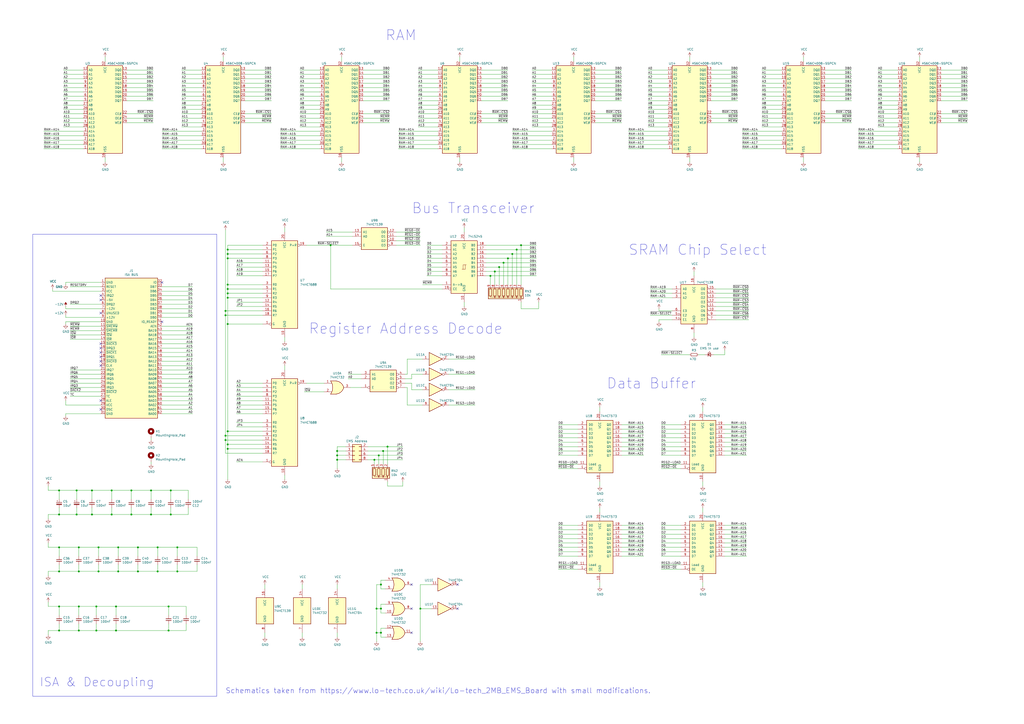
<source format=kicad_sch>
(kicad_sch (version 20230121) (generator eeschema)
  (paper "A2")
  (title_block (title "EMS 4M ISA Adapter") (rev "2.0"))
  (lib_symbols
    (symbol "74xx:74HCT04"
      (property "Reference" "U" (at 0 1.27 0))
      (property "Value" "74HCT04" (at 0 -1.27 0))
      (symbol "74HCT04_1_0"
        (pin input line (at -7.62 0 0) (length 3.81) (name "~") (number "1"))
        (pin output inverted (at 7.62 0 180) (length 3.81) (name "~") (number "2"))
      )
      (symbol "74HCT04_2_0"
        (pin input line (at -7.62 0 0) (length 3.81) (name "~") (number "3"))
        (pin output inverted (at 7.62 0 180) (length 3.81) (name "~") (number "4"))
      )
      (symbol "74HCT04_3_0"
        (pin input line (at -7.62 0 0) (length 3.81) (name "~") (number "5"))
        (pin output inverted (at 7.62 0 180) (length 3.81) (name "~") (number "6"))
      )
      (symbol "74HCT04_4_0"
        (pin output inverted (at 7.62 0 180) (length 3.81) (name "~") (number "8"))
        (pin input line (at -7.62 0 0) (length 3.81) (name "~") (number "9"))
      )
      (symbol "74HCT04_5_0"
        (pin output inverted (at 7.62 0 180) (length 3.81) (name "~") (number "10"))
        (pin input line (at -7.62 0 0) (length 3.81) (name "~") (number "11"))
      )
      (symbol "74HCT04_6_0"
        (pin output inverted (at 7.62 0 180) (length 3.81) (name "~") (number "12"))
        (pin input line (at -7.62 0 0) (length 3.81) (name "~") (number "13"))
      )
      (symbol "74HCT04_7_0"
        (pin power_in line (at 0 12.7 270) (length 5.08) (name "VCC") (number "14"))
        (pin power_in line (at 0 -12.7 90) (length 5.08) (name "GND") (number "7"))
      )
    )
    (symbol "74xx:74HCT688"
      (property "Reference" "U" (at -7.62 26.67 0))
      (property "Value" "74HCT688" (at -7.62 -26.67 0))
      (symbol "74HCT688_1_0"
        (pin input inverted (at -12.7 -22.86 0) (length 5.08) (name "G") (number "1"))
        (pin power_in line (at 0 -30.48 90) (length 5.08) (name "GND") (number "10"))
        (pin input line (at -12.7 12.7 0) (length 5.08) (name "P4") (number "11"))
        (pin input line (at -12.7 -10.16 0) (length 5.08) (name "R4") (number "12"))
        (pin input line (at -12.7 10.16 0) (length 5.08) (name "P5") (number "13"))
        (pin input line (at -12.7 -12.7 0) (length 5.08) (name "R5") (number "14"))
        (pin input line (at -12.7 7.62 0) (length 5.08) (name "P6") (number "15"))
        (pin input line (at -12.7 -15.24 0) (length 5.08) (name "R6") (number "16"))
        (pin input line (at -12.7 5.08 0) (length 5.08) (name "P7") (number "17"))
        (pin input line (at -12.7 -17.78 0) (length 5.08) (name "R7") (number "18"))
        (pin output inverted (at 12.7 22.86 180) (length 5.08) (name "P=R") (number "19"))
        (pin input line (at -12.7 22.86 0) (length 5.08) (name "P0") (number "2"))
        (pin power_in line (at 0 30.48 270) (length 5.08) (name "VCC") (number "20"))
        (pin input line (at -12.7 0 0) (length 5.08) (name "R0") (number "3"))
        (pin input line (at -12.7 20.32 0) (length 5.08) (name "P1") (number "4"))
        (pin input line (at -12.7 -2.54 0) (length 5.08) (name "R1") (number "5"))
        (pin input line (at -12.7 17.78 0) (length 5.08) (name "P2") (number "6"))
        (pin input line (at -12.7 -5.08 0) (length 5.08) (name "R2") (number "7"))
        (pin input line (at -12.7 15.24 0) (length 5.08) (name "P3") (number "8"))
        (pin input line (at -12.7 -7.62 0) (length 5.08) (name "R3") (number "9"))
      )
    )
    (symbol "74xx:74LS138" (pin_names (offset 1.016))
      (property "Reference" "U" (at -7.62 11.43 0))
      (property "Value" "74LS138" (at -7.62 -13.97 0))
      (symbol "74LS138_1_0"
        (pin input line (at -12.7 7.62 0) (length 5.08) (name "A0") (number "1"))
        (pin output output_low (at 12.7 -5.08 180) (length 5.08) (name "O5") (number "10"))
        (pin output output_low (at 12.7 -2.54 180) (length 5.08) (name "O4") (number "11"))
        (pin output output_low (at 12.7 0 180) (length 5.08) (name "O3") (number "12"))
        (pin output output_low (at 12.7 2.54 180) (length 5.08) (name "O2") (number "13"))
        (pin output output_low (at 12.7 5.08 180) (length 5.08) (name "O1") (number "14"))
        (pin output output_low (at 12.7 7.62 180) (length 5.08) (name "O0") (number "15"))
        (pin power_in line (at 0 15.24 270) (length 5.08) (name "VCC") (number "16"))
        (pin input line (at -12.7 5.08 0) (length 5.08) (name "A1") (number "2"))
        (pin input line (at -12.7 2.54 0) (length 5.08) (name "A2") (number "3"))
        (pin input input_low (at -12.7 -10.16 0) (length 5.08) (name "E1") (number "4"))
        (pin input input_low (at -12.7 -7.62 0) (length 5.08) (name "E2") (number "5"))
        (pin input line (at -12.7 -5.08 0) (length 5.08) (name "E3") (number "6"))
        (pin output output_low (at 12.7 -10.16 180) (length 5.08) (name "O7") (number "7"))
        (pin power_in line (at 0 -17.78 90) (length 5.08) (name "GND") (number "8"))
        (pin output output_low (at 12.7 -7.62 180) (length 5.08) (name "O6") (number "9"))
      )
    )
    (symbol "74xx:74LS139" (pin_names (offset 1.016))
      (property "Reference" "U" (at -7.62 8.89 0))
      (property "Value" "74LS139" (at -7.62 -8.89 0))
      (symbol "74LS139_1_0"
        (pin input inverted (at -12.7 -5.08 0) (length 5.08) (name "E") (number "1"))
        (pin input line (at -12.7 0 0) (length 5.08) (name "A0") (number "2"))
        (pin input line (at -12.7 2.54 0) (length 5.08) (name "A1") (number "3"))
        (pin output inverted (at 12.7 2.54 180) (length 5.08) (name "O0") (number "4"))
        (pin output inverted (at 12.7 0 180) (length 5.08) (name "O1") (number "5"))
        (pin output inverted (at 12.7 -2.54 180) (length 5.08) (name "O2") (number "6"))
        (pin output inverted (at 12.7 -5.08 180) (length 5.08) (name "O3") (number "7"))
      )
      (symbol "74LS139_2_0"
        (pin output inverted (at 12.7 -2.54 180) (length 5.08) (name "O2") (number "10"))
        (pin output inverted (at 12.7 0 180) (length 5.08) (name "O1") (number "11"))
        (pin output inverted (at 12.7 2.54 180) (length 5.08) (name "O0") (number "12"))
        (pin input line (at -12.7 2.54 0) (length 5.08) (name "A1") (number "13"))
        (pin input line (at -12.7 0 0) (length 5.08) (name "A0") (number "14"))
        (pin input inverted (at -12.7 -5.08 0) (length 5.08) (name "E") (number "15"))
        (pin output inverted (at 12.7 -5.08 180) (length 5.08) (name "O3") (number "9"))
      )
      (symbol "74LS139_3_0"
        (pin power_in line (at 0 12.7 270) (length 5.08) (name "VCC") (number "16"))
        (pin power_in line (at 0 -12.7 90) (length 5.08) (name "GND") (number "8"))
      )
    )
    (symbol "74xx:74LS245" (pin_names (offset 1.016))
      (property "Reference" "U" (at -7.62 16.51 0))
      (property "Value" "74LS245" (at -7.62 -16.51 0))
      (symbol "74LS245_1_0"
        (pin input line (at -12.7 -10.16 0) (length 5.08) (name "A->B") (number "1"))
        (pin power_in line (at 0 -20.32 90) (length 5.08) (name "GND") (number "10"))
        (pin tri_state line (at 12.7 -5.08 180) (length 5.08) (name "B7") (number "11"))
        (pin tri_state line (at 12.7 -2.54 180) (length 5.08) (name "B6") (number "12"))
        (pin tri_state line (at 12.7 0 180) (length 5.08) (name "B5") (number "13"))
        (pin tri_state line (at 12.7 2.54 180) (length 5.08) (name "B4") (number "14"))
        (pin tri_state line (at 12.7 5.08 180) (length 5.08) (name "B3") (number "15"))
        (pin tri_state line (at 12.7 7.62 180) (length 5.08) (name "B2") (number "16"))
        (pin tri_state line (at 12.7 10.16 180) (length 5.08) (name "B1") (number "17"))
        (pin tri_state line (at 12.7 12.7 180) (length 5.08) (name "B0") (number "18"))
        (pin input inverted (at -12.7 -12.7 0) (length 5.08) (name "CE") (number "19"))
        (pin tri_state line (at -12.7 12.7 0) (length 5.08) (name "A0") (number "2"))
        (pin power_in line (at 0 20.32 270) (length 5.08) (name "VCC") (number "20"))
        (pin tri_state line (at -12.7 10.16 0) (length 5.08) (name "A1") (number "3"))
        (pin tri_state line (at -12.7 7.62 0) (length 5.08) (name "A2") (number "4"))
        (pin tri_state line (at -12.7 5.08 0) (length 5.08) (name "A3") (number "5"))
        (pin tri_state line (at -12.7 2.54 0) (length 5.08) (name "A4") (number "6"))
        (pin tri_state line (at -12.7 0 0) (length 5.08) (name "A5") (number "7"))
        (pin tri_state line (at -12.7 -2.54 0) (length 5.08) (name "A6") (number "8"))
        (pin tri_state line (at -12.7 -5.08 0) (length 5.08) (name "A7") (number "9"))
      )
    )
    (symbol "74xx:74LS32" (pin_names (offset 1.016))
      (property "Reference" "U" (at 0 1.27 0))
      (property "Value" "74LS32" (at 0 -1.27 0))
      (symbol "74LS32_1_1"
        (pin input line (at -7.62 2.54 0) (length 4.318) (name "~") (number "1"))
        (pin input line (at -7.62 -2.54 0) (length 4.318) (name "~") (number "2"))
        (pin output line (at 7.62 0 180) (length 3.81) (name "~") (number "3"))
      )
      (symbol "74LS32_1_2"
        (pin input inverted (at -7.62 2.54 0) (length 3.81) (name "~") (number "1"))
        (pin input inverted (at -7.62 -2.54 0) (length 3.81) (name "~") (number "2"))
        (pin output inverted (at 7.62 0 180) (length 3.81) (name "~") (number "3"))
      )
      (symbol "74LS32_2_1"
        (pin input line (at -7.62 2.54 0) (length 4.318) (name "~") (number "4"))
        (pin input line (at -7.62 -2.54 0) (length 4.318) (name "~") (number "5"))
        (pin output line (at 7.62 0 180) (length 3.81) (name "~") (number "6"))
      )
      (symbol "74LS32_2_2"
        (pin input inverted (at -7.62 2.54 0) (length 3.81) (name "~") (number "4"))
        (pin input inverted (at -7.62 -2.54 0) (length 3.81) (name "~") (number "5"))
        (pin output inverted (at 7.62 0 180) (length 3.81) (name "~") (number "6"))
      )
      (symbol "74LS32_3_1"
        (pin input line (at -7.62 -2.54 0) (length 4.318) (name "~") (number "10"))
        (pin output line (at 7.62 0 180) (length 3.81) (name "~") (number "8"))
        (pin input line (at -7.62 2.54 0) (length 4.318) (name "~") (number "9"))
      )
      (symbol "74LS32_3_2"
        (pin input inverted (at -7.62 -2.54 0) (length 3.81) (name "~") (number "10"))
        (pin output inverted (at 7.62 0 180) (length 3.81) (name "~") (number "8"))
        (pin input inverted (at -7.62 2.54 0) (length 3.81) (name "~") (number "9"))
      )
      (symbol "74LS32_4_1"
        (pin output line (at 7.62 0 180) (length 3.81) (name "~") (number "11"))
        (pin input line (at -7.62 2.54 0) (length 4.318) (name "~") (number "12"))
        (pin input line (at -7.62 -2.54 0) (length 4.318) (name "~") (number "13"))
      )
      (symbol "74LS32_4_2"
        (pin output inverted (at 7.62 0 180) (length 3.81) (name "~") (number "11"))
        (pin input inverted (at -7.62 2.54 0) (length 3.81) (name "~") (number "12"))
        (pin input inverted (at -7.62 -2.54 0) (length 3.81) (name "~") (number "13"))
      )
      (symbol "74LS32_5_0"
        (pin power_in line (at 0 12.7 270) (length 5.08) (name "VCC") (number "14"))
        (pin power_in line (at 0 -12.7 90) (length 5.08) (name "GND") (number "7"))
      )
    )
    (symbol "74xx:74LS573" (pin_names (offset 1.016))
      (property "Reference" "U" (at -7.62 16.51 0))
      (property "Value" "74LS573" (at -7.62 -16.51 0))
      (symbol "74LS573_1_0"
        (pin input inverted (at -12.7 -12.7 0) (length 5.08) (name "OE") (number "1"))
        (pin power_in line (at 0 -20.32 90) (length 5.08) (name "GND") (number "10"))
        (pin input line (at -12.7 -10.16 0) (length 5.08) (name "Load") (number "11"))
        (pin tri_state line (at 12.7 -5.08 180) (length 5.08) (name "Q7") (number "12"))
        (pin tri_state line (at 12.7 -2.54 180) (length 5.08) (name "Q6") (number "13"))
        (pin tri_state line (at 12.7 0 180) (length 5.08) (name "Q5") (number "14"))
        (pin tri_state line (at 12.7 2.54 180) (length 5.08) (name "Q4") (number "15"))
        (pin tri_state line (at 12.7 5.08 180) (length 5.08) (name "Q3") (number "16"))
        (pin tri_state line (at 12.7 7.62 180) (length 5.08) (name "Q2") (number "17"))
        (pin tri_state line (at 12.7 10.16 180) (length 5.08) (name "Q1") (number "18"))
        (pin tri_state line (at 12.7 12.7 180) (length 5.08) (name "Q0") (number "19"))
        (pin input line (at -12.7 12.7 0) (length 5.08) (name "D0") (number "2"))
        (pin power_in line (at 0 20.32 270) (length 5.08) (name "VCC") (number "20"))
        (pin input line (at -12.7 10.16 0) (length 5.08) (name "D1") (number "3"))
        (pin input line (at -12.7 7.62 0) (length 5.08) (name "D2") (number "4"))
        (pin input line (at -12.7 5.08 0) (length 5.08) (name "D3") (number "5"))
        (pin input line (at -12.7 2.54 0) (length 5.08) (name "D4") (number "6"))
        (pin input line (at -12.7 0 0) (length 5.08) (name "D5") (number "7"))
        (pin input line (at -12.7 -2.54 0) (length 5.08) (name "D6") (number "8"))
        (pin input line (at -12.7 -5.08 0) (length 5.08) (name "D7") (number "9"))
      )
    )
    (symbol "Connector:Bus_ISA_8bit"
      (property "Reference" "J" (at 0 42.545 0))
      (property "Value" "Bus_ISA_8bit" (at 0 -42.545 0))
      (symbol "Bus_ISA_8bit_1_1"
        (pin power_in line (at -17.78 38.1 0) (length 2.54) (name "GND") (number "1"))
        (pin power_in line (at -17.78 15.24 0) (length 2.54) (name "GND") (number "10"))
        (pin output line (at -17.78 12.7 0) (length 2.54) (name "~{SMEMW}") (number "11"))
        (pin output line (at -17.78 10.16 0) (length 2.54) (name "~{SMEMR}") (number "12"))
        (pin output line (at -17.78 7.62 0) (length 2.54) (name "~{IOW}") (number "13"))
        (pin output line (at -17.78 5.08 0) (length 2.54) (name "~{IOR}") (number "14"))
        (pin passive line (at -17.78 2.54 0) (length 2.54) (name "~{DACK3}") (number "15"))
        (pin passive line (at -17.78 0 0) (length 2.54) (name "DRQ3") (number "16"))
        (pin passive line (at -17.78 -2.54 0) (length 2.54) (name "~{DACK1}") (number "17"))
        (pin passive line (at -17.78 -5.08 0) (length 2.54) (name "DRQ1") (number "18"))
        (pin passive line (at -17.78 -7.62 0) (length 2.54) (name "~{DACK0}") (number "19"))
        (pin output line (at -17.78 35.56 0) (length 2.54) (name "RESET") (number "2"))
        (pin output line (at -17.78 -10.16 0) (length 2.54) (name "CLK") (number "20"))
        (pin passive line (at -17.78 -12.7 0) (length 2.54) (name "IRQ7") (number "21"))
        (pin passive line (at -17.78 -15.24 0) (length 2.54) (name "IRQ6") (number "22"))
        (pin passive line (at -17.78 -17.78 0) (length 2.54) (name "IRQ5") (number "23"))
        (pin passive line (at -17.78 -20.32 0) (length 2.54) (name "IRQ4") (number "24"))
        (pin passive line (at -17.78 -22.86 0) (length 2.54) (name "IRQ3") (number "25"))
        (pin passive line (at -17.78 -25.4 0) (length 2.54) (name "~{DACK2}") (number "26"))
        (pin passive line (at -17.78 -27.94 0) (length 2.54) (name "TC") (number "27"))
        (pin output line (at -17.78 -30.48 0) (length 2.54) (name "ALE") (number "28"))
        (pin power_in line (at -17.78 -33.02 0) (length 2.54) (name "VCC") (number "29"))
        (pin power_in line (at -17.78 33.02 0) (length 2.54) (name "VCC") (number "3"))
        (pin output line (at -17.78 -35.56 0) (length 2.54) (name "OSC") (number "30"))
        (pin power_in line (at -17.78 -38.1 0) (length 2.54) (name "GND") (number "31"))
        (pin passive line (at 17.78 38.1 180) (length 2.54) (name "IO") (number "32"))
        (pin tri_state line (at 17.78 35.56 180) (length 2.54) (name "DB7") (number "33"))
        (pin tri_state line (at 17.78 33.02 180) (length 2.54) (name "DB6") (number "34"))
        (pin tri_state line (at 17.78 30.48 180) (length 2.54) (name "DB5") (number "35"))
        (pin tri_state line (at 17.78 27.94 180) (length 2.54) (name "DB4") (number "36"))
        (pin tri_state line (at 17.78 25.4 180) (length 2.54) (name "DB3") (number "37"))
        (pin tri_state line (at 17.78 22.86 180) (length 2.54) (name "DB2") (number "38"))
        (pin tri_state line (at 17.78 20.32 180) (length 2.54) (name "DB1") (number "39"))
        (pin passive line (at -17.78 30.48 0) (length 2.54) (name "IRQ2") (number "4"))
        (pin tri_state line (at 17.78 17.78 180) (length 2.54) (name "DB0") (number "40"))
        (pin passive line (at 17.78 15.24 180) (length 2.54) (name "IO_READY") (number "41"))
        (pin output line (at 17.78 12.7 180) (length 2.54) (name "AEN") (number "42"))
        (pin tri_state line (at 17.78 10.16 180) (length 2.54) (name "BA19") (number "43"))
        (pin tri_state line (at 17.78 7.62 180) (length 2.54) (name "BA18") (number "44"))
        (pin tri_state line (at 17.78 5.08 180) (length 2.54) (name "BA17") (number "45"))
        (pin tri_state line (at 17.78 2.54 180) (length 2.54) (name "BA16") (number "46"))
        (pin tri_state line (at 17.78 0 180) (length 2.54) (name "BA15") (number "47"))
        (pin tri_state line (at 17.78 -2.54 180) (length 2.54) (name "BA14") (number "48"))
        (pin tri_state line (at 17.78 -5.08 180) (length 2.54) (name "BA13") (number "49"))
        (pin power_in line (at -17.78 27.94 0) (length 2.54) (name "-5V") (number "5"))
        (pin tri_state line (at 17.78 -7.62 180) (length 2.54) (name "BA12") (number "50"))
        (pin tri_state line (at 17.78 -10.16 180) (length 2.54) (name "BA11") (number "51"))
        (pin tri_state line (at 17.78 -12.7 180) (length 2.54) (name "BA10") (number "52"))
        (pin tri_state line (at 17.78 -15.24 180) (length 2.54) (name "BA09") (number "53"))
        (pin tri_state line (at 17.78 -17.78 180) (length 2.54) (name "BA08") (number "54"))
        (pin tri_state line (at 17.78 -20.32 180) (length 2.54) (name "BA07") (number "55"))
        (pin tri_state line (at 17.78 -22.86 180) (length 2.54) (name "BA06") (number "56"))
        (pin tri_state line (at 17.78 -25.4 180) (length 2.54) (name "BA05") (number "57"))
        (pin tri_state line (at 17.78 -27.94 180) (length 2.54) (name "BA04") (number "58"))
        (pin tri_state line (at 17.78 -30.48 180) (length 2.54) (name "BA03") (number "59"))
        (pin passive line (at -17.78 25.4 0) (length 2.54) (name "DRQ2") (number "6"))
        (pin tri_state line (at 17.78 -33.02 180) (length 2.54) (name "BA02") (number "60"))
        (pin tri_state line (at 17.78 -35.56 180) (length 2.54) (name "BA01") (number "61"))
        (pin tri_state line (at 17.78 -38.1 180) (length 2.54) (name "BA00") (number "62"))
        (pin power_in line (at -17.78 22.86 0) (length 2.54) (name "-12V") (number "7"))
        (pin passive line (at -17.78 20.32 0) (length 2.54) (name "UNUSED") (number "8"))
        (pin power_in line (at -17.78 17.78 0) (length 2.54) (name "+12V") (number "9"))
      )
    )
    (symbol "Connector_Generic:Conn_02x04_Odd_Even" (pin_names (offset 1.016) hide)
      (property "Reference" "J" (at 1.27 5.08 0))
      (property "Value" "Conn_02x04_Odd_Even" (at 1.27 -7.62 0))
      (symbol "Conn_02x04_Odd_Even_1_1"
        (pin passive line (at -5.08 2.54 0) (length 3.81) (name "Pin_1") (number "1"))
        (pin passive line (at 7.62 2.54 180) (length 3.81) (name "Pin_2") (number "2"))
        (pin passive line (at -5.08 0 0) (length 3.81) (name "Pin_3") (number "3"))
        (pin passive line (at 7.62 0 180) (length 3.81) (name "Pin_4") (number "4"))
        (pin passive line (at -5.08 -2.54 0) (length 3.81) (name "Pin_5") (number "5"))
        (pin passive line (at 7.62 -2.54 180) (length 3.81) (name "Pin_6") (number "6"))
        (pin passive line (at -5.08 -5.08 0) (length 3.81) (name "Pin_7") (number "7"))
        (pin passive line (at 7.62 -5.08 180) (length 3.81) (name "Pin_8") (number "8"))
      )
    )
    (symbol "Device:C_Polarized_Small" (pin_numbers hide) (pin_names (offset 0.254) hide)
      (property "Reference" "C" (at 0.254 1.778 0))
      (property "Value" "C_Polarized_Small" (at 0.254 -2.032 0))
      (symbol "C_Polarized_Small_1_1"
        (pin passive line (at 0 2.54 270) (length 1.8542) (name "~") (number "1"))
        (pin passive line (at 0 -2.54 90) (length 1.8542) (name "~") (number "2"))
      )
    )
    (symbol "Device:C_Small" (pin_numbers hide) (pin_names (offset 0.254) hide)
      (property "Reference" "C" (at 0.254 1.778 0))
      (property "Value" "C_Small" (at 0.254 -2.032 0))
      (symbol "C_Small_1_1"
        (pin passive line (at 0 2.54 270) (length 2.032) (name "~") (number "1"))
        (pin passive line (at 0 -2.54 90) (length 2.032) (name "~") (number "2"))
      )
    )
    (symbol "Device:LED_Small" (pin_numbers hide) (pin_names (offset 0.254) hide)
      (property "Reference" "D" (at -1.27 3.175 0))
      (property "Value" "LED_Small" (at -4.445 -2.54 0))
      (symbol "LED_Small_1_1"
        (pin passive line (at -2.54 0 0) (length 1.778) (name "K") (number "1"))
        (pin passive line (at 2.54 0 180) (length 1.778) (name "A") (number "2"))
      )
    )
    (symbol "Device:R_Network04" (pin_names (offset 0) hide)
      (property "Reference" "RN" (at -7.62 0 90))
      (property "Value" "R_Network04" (at 5.08 0 90))
      (symbol "R_Network04_1_1"
        (pin passive line (at -5.08 5.08 270) (length 2.54) (name "common") (number "1"))
        (pin passive line (at -5.08 -5.08 90) (length 1.27) (name "R1") (number "2"))
        (pin passive line (at -2.54 -5.08 90) (length 1.27) (name "R2") (number "3"))
        (pin passive line (at 0 -5.08 90) (length 1.27) (name "R3") (number "4"))
        (pin passive line (at 2.54 -5.08 90) (length 1.27) (name "R4") (number "5"))
      )
    )
    (symbol "Device:R_Network08" (pin_names (offset 0) hide)
      (property "Reference" "RN" (at -12.7 0 90))
      (property "Value" "R_Network08" (at 10.16 0 90))
      (symbol "R_Network08_1_1"
        (pin passive line (at -10.16 5.08 270) (length 2.54) (name "common") (number "1"))
        (pin passive line (at -10.16 -5.08 90) (length 1.27) (name "R1") (number "2"))
        (pin passive line (at -7.62 -5.08 90) (length 1.27) (name "R2") (number "3"))
        (pin passive line (at -5.08 -5.08 90) (length 1.27) (name "R3") (number "4"))
        (pin passive line (at -2.54 -5.08 90) (length 1.27) (name "R4") (number "5"))
        (pin passive line (at 0 -5.08 90) (length 1.27) (name "R5") (number "6"))
        (pin passive line (at 2.54 -5.08 90) (length 1.27) (name "R6") (number "7"))
        (pin passive line (at 5.08 -5.08 90) (length 1.27) (name "R7") (number "8"))
        (pin passive line (at 7.62 -5.08 90) (length 1.27) (name "R8") (number "9"))
      )
    )
    (symbol "Device:R_Small" (pin_numbers hide) (pin_names (offset 0.254) hide)
      (property "Reference" "R" (at 0.762 0.508 0))
      (property "Value" "R_Small" (at 0.762 -1.016 0))
      (symbol "R_Small_1_1"
        (pin passive line (at 0 2.54 270) (length 0.762) (name "~") (number "1"))
        (pin passive line (at 0 -2.54 90) (length 0.762) (name "~") (number "2"))
      )
    )
    (symbol "Mechanical:MountingHole_Pad" (pin_numbers hide) (pin_names (offset 1.016) hide)
      (property "Reference" "H" (at 0 6.35 0))
      (property "Value" "MountingHole_Pad" (at 0 4.445 0))
      (symbol "MountingHole_Pad_1_1"
        (pin input line (at 0 -2.54 90) (length 2.54) (name "1") (number "1"))
      )
    )
    (symbol "Memory_RAM:AS6C4008-55PCN"
      (property "Reference" "U" (at -10.16 26.035 0))
      (property "Value" "AS6C4008-55PCN" (at 2.54 26.035 0))
      (symbol "AS6C4008-55PCN_0_0"
        (pin power_in line (at 0 -27.94 90) (length 2.54) (name "VSS") (number "16"))
        (pin power_in line (at 0 27.94 270) (length 2.54) (name "VCC") (number "32"))
      )
      (symbol "AS6C4008-55PCN_1_1"
        (pin input line (at -12.7 -22.86 0) (length 2.54) (name "A18") (number "1"))
        (pin input line (at -12.7 17.78 0) (length 2.54) (name "A2") (number "10"))
        (pin input line (at -12.7 20.32 0) (length 2.54) (name "A1") (number "11"))
        (pin input line (at -12.7 22.86 0) (length 2.54) (name "A0") (number "12"))
        (pin tri_state line (at 12.7 22.86 180) (length 2.54) (name "DQ0") (number "13"))
        (pin tri_state line (at 12.7 20.32 180) (length 2.54) (name "DQ1") (number "14"))
        (pin tri_state line (at 12.7 17.78 180) (length 2.54) (name "DQ2") (number "15"))
        (pin tri_state line (at 12.7 15.24 180) (length 2.54) (name "DQ3") (number "17"))
        (pin tri_state line (at 12.7 12.7 180) (length 2.54) (name "DQ4") (number "18"))
        (pin tri_state line (at 12.7 10.16 180) (length 2.54) (name "DQ5") (number "19"))
        (pin input line (at -12.7 -17.78 0) (length 2.54) (name "A16") (number "2"))
        (pin tri_state line (at 12.7 7.62 180) (length 2.54) (name "DQ6") (number "20"))
        (pin tri_state line (at 12.7 5.08 180) (length 2.54) (name "DQ7") (number "21"))
        (pin input line (at 12.7 -2.54 180) (length 2.54) (name "CE#") (number "22"))
        (pin input line (at -12.7 -2.54 0) (length 2.54) (name "A10") (number "23"))
        (pin input line (at 12.7 -5.08 180) (length 2.54) (name "OE#") (number "24"))
        (pin input line (at -12.7 -5.08 0) (length 2.54) (name "A11") (number "25"))
        (pin input line (at -12.7 0 0) (length 2.54) (name "A9") (number "26"))
        (pin input line (at -12.7 2.54 0) (length 2.54) (name "A8") (number "27"))
        (pin input line (at -12.7 -10.16 0) (length 2.54) (name "A13") (number "28"))
        (pin input line (at 12.7 -7.62 180) (length 2.54) (name "WE#") (number "29"))
        (pin input line (at -12.7 -12.7 0) (length 2.54) (name "A14") (number "3"))
        (pin input line (at -12.7 -20.32 0) (length 2.54) (name "A17") (number "30"))
        (pin input line (at -12.7 -15.24 0) (length 2.54) (name "A15") (number "31"))
        (pin input line (at -12.7 -7.62 0) (length 2.54) (name "A12") (number "4"))
        (pin input line (at -12.7 5.08 0) (length 2.54) (name "A7") (number "5"))
        (pin input line (at -12.7 7.62 0) (length 2.54) (name "A6") (number "6"))
        (pin input line (at -12.7 10.16 0) (length 2.54) (name "A5") (number "7"))
        (pin input line (at -12.7 12.7 0) (length 2.54) (name "A4") (number "8"))
        (pin input line (at -12.7 15.24 0) (length 2.54) (name "A3") (number "9"))
      )
    )
    (symbol "power:+12V" (power) (pin_names (offset 0))
      (property "Value" "+12V" (at 0 3.556 0))
      (symbol "+12V_1_1"
        (pin power_in line (at 0 0 90) (length 0) hide (name "+12V") (number "1"))
      )
    )
    (symbol "power:-12V" (power) (pin_names (offset 0))
      (property "Value" "-12V" (at 0 3.81 0))
      (symbol "-12V_0_0"
        (pin power_in line (at 0 0 90) (length 0) hide (name "-12V") (number "1"))
      )
    )
    (symbol "power:GND" (power) (pin_names (offset 0))
      (property "Value" "GND" (at 0 -3.81 0))
      (symbol "GND_1_1"
        (pin power_in line (at 0 0 270) (length 0) hide (name "GND") (number "1"))
      )
    )
    (symbol "power:VCC" (power) (pin_names (offset 0))
      (property "Value" "VCC" (at 0 3.81 0))
      (symbol "VCC_1_1"
        (pin power_in line (at 0 0 90) (length 0) hide (name "VCC") (number "1"))
      )
    )
  )
  (junction (at 45.72 365.76))
  (junction (at 34.29 331.47))
  (junction (at 297.18 147.32))
  (junction (at 67.31 351.79))
  (junction (at 243.84 353.06))
  (junction (at 64.77 284.48))
  (junction (at 130.81 180.34))
  (junction (at 132.08 144.78))
  (junction (at 45.72 351.79))
  (junction (at 80.01 317.5))
  (junction (at 87.63 298.45))
  (junction (at 224.79 259.08))
  (junction (at 44.45 284.48))
  (junction (at 132.08 149.86))
  (junction (at 97.79 365.76))
  (junction (at 132.08 172.72))
  (junction (at 44.45 298.45))
  (junction (at 218.44 367.03))
  (junction (at 97.79 351.79))
  (junction (at 299.72 144.78))
  (junction (at 87.63 284.48))
  (junction (at 34.29 317.5))
  (junction (at 191.77 142.24))
  (junction (at 76.2 284.48))
  (junction (at 80.01 331.47))
  (junction (at 57.15 317.5))
  (junction (at 195.58 261.62))
  (junction (at 132.08 147.32))
  (junction (at 45.72 317.5))
  (junction (at 220.98 367.03))
  (junction (at 195.58 264.16))
  (junction (at 91.44 331.47))
  (junction (at 132.08 165.1))
  (junction (at 55.88 351.79))
  (junction (at 64.77 298.45))
  (junction (at 68.58 317.5))
  (junction (at 132.08 170.18))
  (junction (at 45.72 331.47))
  (junction (at 284.48 160.02))
  (junction (at 99.06 284.48))
  (junction (at 132.08 167.64))
  (junction (at 68.58 331.47))
  (junction (at 219.71 264.16))
  (junction (at 34.29 351.79))
  (junction (at 130.81 255.27))
  (junction (at 287.02 157.48))
  (junction (at 222.25 261.62))
  (junction (at 302.26 142.24))
  (junction (at 132.08 257.81))
  (junction (at 57.15 331.47))
  (junction (at 102.87 331.47))
  (junction (at 34.29 365.76))
  (junction (at 67.31 365.76))
  (junction (at 130.81 182.88))
  (junction (at 130.81 252.73))
  (junction (at 102.87 317.5))
  (junction (at 220.98 353.06))
  (junction (at 292.1 152.4))
  (junction (at 217.17 266.7))
  (junction (at 76.2 298.45))
  (junction (at 289.56 154.94))
  (junction (at 53.34 298.45))
  (junction (at 55.88 365.76))
  (junction (at 34.29 298.45))
  (junction (at 218.44 353.06))
  (junction (at 132.08 250.19))
  (junction (at 132.08 187.96))
  (junction (at 220.98 339.09))
  (junction (at 132.08 260.35))
  (junction (at 91.44 317.5))
  (junction (at 195.58 266.7))
  (junction (at 99.06 298.45))
  (junction (at 53.34 284.48))
  (junction (at 294.64 149.86))
  (junction (at 34.29 284.48))
  (no_connect (at 93.98 186.69))
  (no_connect (at 265.43 353.06))
  (no_connect (at 58.42 212.09))
  (no_connect (at 58.42 171.45))
  (no_connect (at 58.42 237.49))
  (no_connect (at 265.43 339.09))
  (no_connect (at 238.76 339.09))
  (no_connect (at 58.42 209.55))
  (no_connect (at 58.42 199.39))
  (no_connect (at 58.42 232.41))
  (no_connect (at 58.42 204.47))
  (no_connect (at 58.42 181.61))
  (no_connect (at 58.42 207.01))
  (no_connect (at 238.76 367.03))
  (no_connect (at 93.98 163.83))
  (no_connect (at 238.76 353.06))
  (no_connect (at 58.42 201.93))
  (no_connect (at 58.42 173.99))
  (wire (pts (xy 320.04 83.82) (xy 297.18 83.82)))
  (wire (pts (xy 48.26 55.88) (xy 36.83 55.88)))
  (wire (pts (xy 478.79 71.12) (xy 494.03 71.12)))
  (wire (pts (xy 165.1 132.08) (xy 165.1 134.62)))
  (wire (pts (xy 132.08 170.18) (xy 132.08 172.72)))
  (wire (pts (xy 287.02 165.1) (xy 287.02 157.48)))
  (wire (pts (xy 453.39 83.82) (xy 430.53 83.82)))
  (wire (pts (xy 73.66 58.42) (xy 88.9 58.42)))
  (wire (pts (xy 210.82 43.18) (xy 226.06 43.18)))
  (wire (pts (xy 111.76 201.93) (xy 93.98 201.93)))
  (wire (pts (xy 520.7 50.8) (xy 509.27 50.8)))
  (wire (pts (xy 453.39 86.36) (xy 430.53 86.36)))
  (wire (pts (xy 520.7 45.72) (xy 509.27 45.72)))
  (wire (pts (xy 407.67 236.22) (xy 407.67 238.76)))
  (wire (pts (xy 76.2 294.64) (xy 76.2 298.45)))
  (wire (pts (xy 345.44 55.88) (xy 360.68 55.88)))
  (wire (pts (xy 335.28 304.8) (xy 323.85 304.8)))
  (wire (pts (xy 220.98 336.55) (xy 220.98 339.09)))
  (wire (pts (xy 34.29 327.66) (xy 34.29 331.47)))
  (wire (pts (xy 191.77 167.64) (xy 256.54 167.64)))
  (wire (pts (xy 387.35 83.82) (xy 364.49 83.82)))
  (wire (pts (xy 107.95 351.79) (xy 107.95 356.87)))
  (wire (pts (xy 302.26 175.26) (xy 302.26 179.07)))
  (wire (pts (xy 420.37 248.92) (xy 433.07 248.92)))
  (wire (pts (xy 320.04 63.5) (xy 308.61 63.5)))
  (wire (pts (xy 45.72 327.66) (xy 45.72 331.47)))
  (wire (pts (xy 320.04 50.8) (xy 308.61 50.8)))
  (wire (pts (xy 152.4 165.1) (xy 132.08 165.1)))
  (wire (pts (xy 335.28 317.5) (xy 323.85 317.5)))
  (wire (pts (xy 210.82 55.88) (xy 226.06 55.88)))
  (wire (pts (xy 30.48 168.91) (xy 58.42 168.91)))
  (wire (pts (xy 420.37 246.38) (xy 433.07 246.38)))
  (wire (pts (xy 254 40.64) (xy 242.57 40.64)))
  (wire (pts (xy 175.26 367.03) (xy 175.26 369.57)))
  (wire (pts (xy 80.01 327.66) (xy 80.01 331.47)))
  (wire (pts (xy 420.37 314.96) (xy 433.07 314.96)))
  (wire (pts (xy 382.27 186.69) (xy 382.27 185.42)))
  (wire (pts (xy 48.26 71.12) (xy 36.83 71.12)))
  (wire (pts (xy 73.66 71.12) (xy 88.9 71.12)))
  (wire (pts (xy 38.1 186.69) (xy 38.1 187.96)))
  (wire (pts (xy 360.68 304.8) (xy 373.38 304.8)))
  (wire (pts (xy 48.26 48.26) (xy 36.83 48.26)))
  (wire (pts (xy 243.84 353.06) (xy 250.19 353.06)))
  (wire (pts (xy 58.42 224.79) (xy 40.64 224.79)))
  (wire (pts (xy 111.76 191.77) (xy 93.98 191.77)))
  (wire (pts (xy 38.1 234.95) (xy 58.42 234.95)))
  (wire (pts (xy 281.94 157.48) (xy 287.02 157.48)))
  (wire (pts (xy 546.1 50.8) (xy 561.34 50.8)))
  (wire (pts (xy 185.42 78.74) (xy 162.56 78.74)))
  (wire (pts (xy 130.81 182.88) (xy 130.81 180.34)))
  (wire (pts (xy 453.39 66.04) (xy 441.96 66.04)))
  (wire (pts (xy 107.95 365.76) (xy 107.95 361.95)))
  (wire (pts (xy 387.35 68.58) (xy 375.92 68.58)))
  (wire (pts (xy 254 78.74) (xy 231.14 78.74)))
  (wire (pts (xy 132.08 260.35) (xy 152.4 260.35)))
  (wire (pts (xy 312.42 179.07) (xy 312.42 175.26)))
  (wire (pts (xy 412.75 68.58) (xy 427.99 68.58)))
  (wire (pts (xy 116.84 48.26) (xy 105.41 48.26)))
  (wire (pts (xy 57.15 331.47) (xy 68.58 331.47)))
  (wire (pts (xy 222.25 261.62) (xy 233.68 261.62)))
  (wire (pts (xy 152.4 154.94) (xy 137.16 154.94)))
  (wire (pts (xy 111.76 204.47) (xy 93.98 204.47)))
  (wire (pts (xy 152.4 267.97) (xy 137.16 267.97)))
  (wire (pts (xy 116.84 66.04) (xy 105.41 66.04)))
  (wire (pts (xy 243.84 339.09) (xy 243.84 353.06)))
  (wire (pts (xy 299.72 144.78) (xy 311.15 144.78)))
  (wire (pts (xy 281.94 147.32) (xy 297.18 147.32)))
  (wire (pts (xy 38.1 163.83) (xy 58.42 163.83)))
  (wire (pts (xy 219.71 269.24) (xy 219.71 264.16)))
  (wire (pts (xy 302.26 179.07) (xy 312.42 179.07)))
  (wire (pts (xy 220.98 350.52) (xy 220.98 353.06)))
  (wire (pts (xy 27.94 365.76) (xy 27.94 368.3)))
  (wire (pts (xy 116.84 71.12) (xy 105.41 71.12)))
  (wire (pts (xy 116.84 43.18) (xy 105.41 43.18)))
  (wire (pts (xy 220.98 341.63) (xy 223.52 341.63)))
  (wire (pts (xy 229.87 134.62) (xy 243.84 134.62)))
  (wire (pts (xy 320.04 58.42) (xy 308.61 58.42)))
  (wire (pts (xy 260.35 217.17) (xy 275.59 217.17)))
  (wire (pts (xy 256.54 144.78) (xy 247.65 144.78)))
  (polyline (pts (xy 19.05 403.86) (xy 125.73 403.86)))
  (wire (pts (xy 191.77 142.24) (xy 191.77 167.64)))
  (wire (pts (xy 224.79 281.94) (xy 233.68 281.94)))
  (wire (pts (xy 260.35 208.28) (xy 275.59 208.28)))
  (wire (pts (xy 111.76 237.49) (xy 93.98 237.49)))
  (wire (pts (xy 48.26 68.58) (xy 36.83 68.58)))
  (wire (pts (xy 44.45 294.64) (xy 44.45 298.45)))
  (wire (pts (xy 27.94 365.76) (xy 34.29 365.76)))
  (wire (pts (xy 224.79 269.24) (xy 224.79 259.08)))
  (wire (pts (xy 345.44 40.64) (xy 360.68 40.64)))
  (wire (pts (xy 320.04 78.74) (xy 297.18 78.74)))
  (wire (pts (xy 382.27 180.34) (xy 389.89 180.34)))
  (wire (pts (xy 345.44 66.04) (xy 360.68 66.04)))
  (wire (pts (xy 335.28 251.46) (xy 323.85 251.46)))
  (wire (pts (xy 420.37 251.46) (xy 433.07 251.46)))
  (wire (pts (xy 210.82 68.58) (xy 226.06 68.58)))
  (wire (pts (xy 546.1 55.88) (xy 561.34 55.88)))
  (wire (pts (xy 360.68 264.16) (xy 373.38 264.16)))
  (wire (pts (xy 234.95 219.71) (xy 238.76 219.71)))
  (wire (pts (xy 210.82 40.64) (xy 226.06 40.64)))
  (wire (pts (xy 420.37 259.08) (xy 433.07 259.08)))
  (wire (pts (xy 382.27 185.42) (xy 389.89 185.42)))
  (wire (pts (xy 34.29 284.48) (xy 27.94 284.48)))
  (wire (pts (xy 546.1 53.34) (xy 561.34 53.34)))
  (wire (pts (xy 45.72 331.47) (xy 57.15 331.47)))
  (wire (pts (xy 132.08 142.24) (xy 132.08 144.78)))
  (wire (pts (xy 335.28 271.78) (xy 323.85 271.78)))
  (wire (pts (xy 116.84 76.2) (xy 93.98 76.2)))
  (wire (pts (xy 191.77 142.24) (xy 204.47 142.24)))
  (polyline (pts (xy 125.73 135.89) (xy 19.05 135.89)))
  (wire (pts (xy 335.28 246.38) (xy 323.85 246.38)))
  (wire (pts (xy 546.1 48.26) (xy 561.34 48.26)))
  (wire (pts (xy 153.67 367.03) (xy 153.67 369.57)))
  (wire (pts (xy 27.94 351.79) (xy 34.29 351.79)))
  (wire (pts (xy 91.44 317.5) (xy 102.87 317.5)))
  (wire (pts (xy 27.94 331.47) (xy 34.29 331.47)))
  (wire (pts (xy 48.26 86.36) (xy 25.4 86.36)))
  (wire (pts (xy 224.79 279.4) (xy 224.79 281.94)))
  (wire (pts (xy 64.77 298.45) (xy 76.2 298.45)))
  (wire (pts (xy 520.7 71.12) (xy 509.27 71.12)))
  (wire (pts (xy 238.76 217.17) (xy 245.11 217.17)))
  (wire (pts (xy 533.4 91.44) (xy 533.4 93.98)))
  (wire (pts (xy 254 76.2) (xy 231.14 76.2)))
  (wire (pts (xy 111.76 232.41) (xy 93.98 232.41)))
  (wire (pts (xy 58.42 227.33) (xy 40.64 227.33)))
  (wire (pts (xy 210.82 66.04) (xy 226.06 66.04)))
  (wire (pts (xy 209.55 217.17) (xy 201.93 217.17)))
  (wire (pts (xy 48.26 81.28) (xy 25.4 81.28)))
  (wire (pts (xy 44.45 298.45) (xy 53.34 298.45)))
  (wire (pts (xy 177.8 222.25) (xy 187.96 222.25)))
  (wire (pts (xy 111.76 209.55) (xy 93.98 209.55)))
  (wire (pts (xy 111.76 196.85) (xy 93.98 196.85)))
  (wire (pts (xy 152.4 182.88) (xy 130.81 182.88)))
  (wire (pts (xy 520.7 53.34) (xy 509.27 53.34)))
  (wire (pts (xy 546.1 40.64) (xy 561.34 40.64)))
  (wire (pts (xy 73.66 55.88) (xy 88.9 55.88)))
  (wire (pts (xy 58.42 196.85) (xy 40.64 196.85)))
  (wire (pts (xy 48.26 78.74) (xy 25.4 78.74)))
  (wire (pts (xy 152.4 227.33) (xy 137.16 227.33)))
  (wire (pts (xy 281.94 160.02) (xy 284.48 160.02)))
  (wire (pts (xy 220.98 364.49) (xy 220.98 367.03)))
  (wire (pts (xy 217.17 266.7) (xy 233.68 266.7)))
  (wire (pts (xy 27.94 331.47) (xy 27.94 334.01)))
  (wire (pts (xy 236.22 234.95) (xy 245.11 234.95)))
  (wire (pts (xy 453.39 53.34) (xy 441.96 53.34)))
  (wire (pts (xy 152.4 237.49) (xy 137.16 237.49)))
  (wire (pts (xy 132.08 167.64) (xy 132.08 170.18)))
  (wire (pts (xy 254 48.26) (xy 242.57 48.26)))
  (wire (pts (xy 102.87 317.5) (xy 114.3 317.5)))
  (wire (pts (xy 387.35 58.42) (xy 375.92 58.42)))
  (wire (pts (xy 360.68 254) (xy 373.38 254)))
  (wire (pts (xy 116.84 55.88) (xy 105.41 55.88)))
  (wire (pts (xy 420.37 317.5) (xy 433.07 317.5)))
  (wire (pts (xy 185.42 45.72) (xy 173.99 45.72)))
  (wire (pts (xy 102.87 327.66) (xy 102.87 331.47)))
  (wire (pts (xy 394.97 314.96) (xy 383.54 314.96)))
  (wire (pts (xy 320.04 68.58) (xy 308.61 68.58)))
  (wire (pts (xy 152.4 245.11) (xy 137.16 245.11)))
  (wire (pts (xy 55.88 365.76) (xy 67.31 365.76)))
  (wire (pts (xy 142.24 45.72) (xy 157.48 45.72)))
  (wire (pts (xy 407.67 294.64) (xy 407.67 297.18)))
  (wire (pts (xy 109.22 284.48) (xy 109.22 289.56)))
  (wire (pts (xy 195.58 261.62) (xy 195.58 264.16)))
  (wire (pts (xy 132.08 250.19) (xy 132.08 257.81)))
  (wire (pts (xy 111.76 199.39) (xy 93.98 199.39)))
  (wire (pts (xy 389.89 167.64) (xy 377.19 167.64)))
  (wire (pts (xy 254 66.04) (xy 242.57 66.04)))
  (wire (pts (xy 478.79 66.04) (xy 494.03 66.04)))
  (wire (pts (xy 402.59 193.04) (xy 402.59 195.58)))
  (wire (pts (xy 111.76 240.03) (xy 93.98 240.03)))
  (wire (pts (xy 420.37 261.62) (xy 433.07 261.62)))
  (wire (pts (xy 402.59 157.48) (xy 402.59 160.02)))
  (wire (pts (xy 67.31 351.79) (xy 67.31 356.87)))
  (wire (pts (xy 335.28 312.42) (xy 323.85 312.42)))
  (wire (pts (xy 387.35 55.88) (xy 375.92 55.88)))
  (wire (pts (xy 299.72 165.1) (xy 299.72 144.78)))
  (wire (pts (xy 152.4 262.89) (xy 130.81 262.89)))
  (wire (pts (xy 218.44 367.03) (xy 218.44 372.11)))
  (wire (pts (xy 53.34 284.48) (xy 64.77 284.48)))
  (wire (pts (xy 478.79 50.8) (xy 494.03 50.8)))
  (wire (pts (xy 400.05 33.02) (xy 400.05 35.56)))
  (wire (pts (xy 116.84 53.34) (xy 105.41 53.34)))
  (wire (pts (xy 116.84 81.28) (xy 93.98 81.28)))
  (wire (pts (xy 27.94 281.94) (xy 27.94 284.48)))
  (wire (pts (xy 142.24 50.8) (xy 157.48 50.8)))
  (wire (pts (xy 132.08 260.35) (xy 132.08 278.13)))
  (wire (pts (xy 58.42 217.17) (xy 40.64 217.17)))
  (wire (pts (xy 27.94 317.5) (xy 34.29 317.5)))
  (wire (pts (xy 294.64 149.86) (xy 311.15 149.86)))
  (wire (pts (xy 132.08 187.96) (xy 132.08 250.19)))
  (wire (pts (xy 415.29 175.26) (xy 434.34 175.26)))
  (wire (pts (xy 53.34 298.45) (xy 64.77 298.45)))
  (wire (pts (xy 218.44 367.03) (xy 220.98 367.03)))
  (wire (pts (xy 466.09 91.44) (xy 466.09 93.98)))
  (wire (pts (xy 260.35 234.95) (xy 275.59 234.95)))
  (wire (pts (xy 185.42 68.58) (xy 173.99 68.58)))
  (wire (pts (xy 198.12 33.02) (xy 198.12 35.56)))
  (wire (pts (xy 420.37 307.34) (xy 433.07 307.34)))
  (wire (pts (xy 478.79 45.72) (xy 494.03 45.72)))
  (wire (pts (xy 34.29 351.79) (xy 45.72 351.79)))
  (wire (pts (xy 279.4 48.26) (xy 294.64 48.26)))
  (wire (pts (xy 185.42 50.8) (xy 173.99 50.8)))
  (wire (pts (xy 204.47 137.16) (xy 189.23 137.16)))
  (wire (pts (xy 420.37 320.04) (xy 433.07 320.04)))
  (wire (pts (xy 478.79 43.18) (xy 494.03 43.18)))
  (wire (pts (xy 320.04 73.66) (xy 308.61 73.66)))
  (wire (pts (xy 279.4 43.18) (xy 294.64 43.18)))
  (wire (pts (xy 453.39 50.8) (xy 441.96 50.8)))
  (wire (pts (xy 279.4 71.12) (xy 294.64 71.12)))
  (wire (pts (xy 254 45.72) (xy 242.57 45.72)))
  (wire (pts (xy 345.44 43.18) (xy 360.68 43.18)))
  (wire (pts (xy 415.29 167.64) (xy 434.34 167.64)))
  (wire (pts (xy 111.76 173.99) (xy 93.98 173.99)))
  (wire (pts (xy 116.84 83.82) (xy 93.98 83.82)))
  (wire (pts (xy 99.06 284.48) (xy 109.22 284.48)))
  (wire (pts (xy 45.72 361.95) (xy 45.72 365.76)))
  (wire (pts (xy 175.26 341.63) (xy 175.26 339.09)))
  (wire (pts (xy 360.68 256.54) (xy 373.38 256.54)))
  (wire (pts (xy 400.05 205.74) (xy 383.54 205.74)))
  (wire (pts (xy 38.1 182.88) (xy 38.1 184.15)))
  (wire (pts (xy 394.97 304.8) (xy 383.54 304.8)))
  (wire (pts (xy 412.75 45.72) (xy 427.99 45.72)))
  (wire (pts (xy 58.42 219.71) (xy 40.64 219.71)))
  (wire (pts (xy 116.84 58.42) (xy 105.41 58.42)))
  (wire (pts (xy 254 58.42) (xy 242.57 58.42)))
  (wire (pts (xy 30.48 167.64) (xy 30.48 168.91)))
  (wire (pts (xy 520.7 40.64) (xy 509.27 40.64)))
  (wire (pts (xy 320.04 43.18) (xy 308.61 43.18)))
  (wire (pts (xy 213.36 259.08) (xy 224.79 259.08)))
  (wire (pts (xy 243.84 372.11) (xy 243.84 353.06)))
  (wire (pts (xy 87.63 298.45) (xy 99.06 298.45)))
  (wire (pts (xy 394.97 246.38) (xy 383.54 246.38)))
  (wire (pts (xy 320.04 53.34) (xy 308.61 53.34)))
  (wire (pts (xy 394.97 261.62) (xy 383.54 261.62)))
  (wire (pts (xy 132.08 257.81) (xy 132.08 260.35)))
  (wire (pts (xy 152.4 175.26) (xy 137.16 175.26)))
  (wire (pts (xy 466.09 33.02) (xy 466.09 35.56)))
  (wire (pts (xy 415.29 170.18) (xy 434.34 170.18)))
  (wire (pts (xy 222.25 269.24) (xy 222.25 261.62)))
  (wire (pts (xy 129.54 33.02) (xy 129.54 35.56)))
  (wire (pts (xy 64.77 294.64) (xy 64.77 298.45)))
  (wire (pts (xy 387.35 66.04) (xy 375.92 66.04)))
  (wire (pts (xy 114.3 322.58) (xy 114.3 317.5)))
  (wire (pts (xy 238.76 219.71) (xy 238.76 217.17)))
  (wire (pts (xy 389.89 172.72) (xy 377.19 172.72)))
  (wire (pts (xy 345.44 58.42) (xy 360.68 58.42)))
  (wire (pts (xy 87.63 284.48) (xy 99.06 284.48)))
  (wire (pts (xy 279.4 53.34) (xy 294.64 53.34)))
  (wire (pts (xy 394.97 322.58) (xy 383.54 322.58)))
  (wire (pts (xy 387.35 53.34) (xy 375.92 53.34)))
  (wire (pts (xy 152.4 247.65) (xy 137.16 247.65)))
  (wire (pts (xy 68.58 331.47) (xy 80.01 331.47)))
  (wire (pts (xy 195.58 341.63) (xy 195.58 339.09)))
  (wire (pts (xy 99.06 298.45) (xy 109.22 298.45)))
  (wire (pts (xy 254 63.5) (xy 242.57 63.5)))
  (wire (pts (xy 34.29 322.58) (xy 34.29 317.5)))
  (wire (pts (xy 210.82 50.8) (xy 226.06 50.8)))
  (wire (pts (xy 48.26 76.2) (xy 25.4 76.2)))
  (wire (pts (xy 420.37 309.88) (xy 433.07 309.88)))
  (wire (pts (xy 360.68 312.42) (xy 373.38 312.42)))
  (wire (pts (xy 223.52 364.49) (xy 220.98 364.49)))
  (wire (pts (xy 195.58 266.7) (xy 195.58 271.78)))
  (wire (pts (xy 185.42 73.66) (xy 173.99 73.66)))
  (wire (pts (xy 152.4 234.95) (xy 137.16 234.95)))
  (wire (pts (xy 210.82 53.34) (xy 226.06 53.34)))
  (wire (pts (xy 387.35 60.96) (xy 375.92 60.96)))
  (wire (pts (xy 152.4 224.79) (xy 137.16 224.79)))
  (wire (pts (xy 387.35 71.12) (xy 375.92 71.12)))
  (wire (pts (xy 387.35 40.64) (xy 375.92 40.64)))
  (wire (pts (xy 142.24 53.34) (xy 157.48 53.34)))
  (wire (pts (xy 114.3 327.66) (xy 114.3 331.47)))
  (wire (pts (xy 394.97 254) (xy 383.54 254)))
  (wire (pts (xy 256.54 157.48) (xy 247.65 157.48)))
  (wire (pts (xy 453.39 45.72) (xy 441.96 45.72)))
  (wire (pts (xy 289.56 154.94) (xy 311.15 154.94)))
  (wire (pts (xy 453.39 40.64) (xy 441.96 40.64)))
  (wire (pts (xy 152.4 147.32) (xy 132.08 147.32)))
  (wire (pts (xy 58.42 194.31) (xy 40.64 194.31)))
  (wire (pts (xy 76.2 289.56) (xy 76.2 284.48)))
  (wire (pts (xy 223.52 336.55) (xy 220.98 336.55)))
  (wire (pts (xy 281.94 152.4) (xy 292.1 152.4)))
  (wire (pts (xy 111.76 207.01) (xy 93.98 207.01)))
  (wire (pts (xy 152.4 149.86) (xy 132.08 149.86)))
  (wire (pts (xy 67.31 365.76) (xy 97.79 365.76)))
  (wire (pts (xy 73.66 68.58) (xy 88.9 68.58)))
  (wire (pts (xy 64.77 284.48) (xy 76.2 284.48)))
  (wire (pts (xy 44.45 298.45) (xy 34.29 298.45)))
  (wire (pts (xy 152.4 240.03) (xy 137.16 240.03)))
  (wire (pts (xy 111.76 184.15) (xy 93.98 184.15)))
  (wire (pts (xy 60.96 91.44) (xy 60.96 93.98)))
  (wire (pts (xy 254 71.12) (xy 242.57 71.12)))
  (wire (pts (xy 254 53.34) (xy 242.57 53.34)))
  (wire (pts (xy 87.63 294.64) (xy 87.63 298.45)))
  (wire (pts (xy 453.39 73.66) (xy 441.96 73.66)))
  (wire (pts (xy 236.22 217.17) (xy 236.22 208.28)))
  (wire (pts (xy 478.79 58.42) (xy 494.03 58.42)))
  (wire (pts (xy 520.7 55.88) (xy 509.27 55.88)))
  (wire (pts (xy 97.79 351.79) (xy 107.95 351.79)))
  (wire (pts (xy 45.72 365.76) (xy 55.88 365.76)))
  (wire (pts (xy 200.66 264.16) (xy 195.58 264.16)))
  (wire (pts (xy 335.28 256.54) (xy 323.85 256.54)))
  (wire (pts (xy 453.39 58.42) (xy 441.96 58.42)))
  (wire (pts (xy 102.87 322.58) (xy 102.87 317.5)))
  (wire (pts (xy 152.4 170.18) (xy 132.08 170.18)))
  (wire (pts (xy 279.4 68.58) (xy 294.64 68.58)))
  (wire (pts (xy 236.22 208.28) (xy 245.11 208.28)))
  (wire (pts (xy 91.44 327.66) (xy 91.44 331.47)))
  (wire (pts (xy 45.72 322.58) (xy 45.72 317.5)))
  (wire (pts (xy 412.75 55.88) (xy 427.99 55.88)))
  (wire (pts (xy 345.44 53.34) (xy 360.68 53.34)))
  (wire (pts (xy 332.74 91.44) (xy 332.74 93.98)))
  (wire (pts (xy 335.28 261.62) (xy 323.85 261.62)))
  (wire (pts (xy 97.79 365.76) (xy 107.95 365.76)))
  (wire (pts (xy 130.81 180.34) (xy 130.81 133.35)))
  (wire (pts (xy 412.75 53.34) (xy 427.99 53.34)))
  (wire (pts (xy 320.04 86.36) (xy 297.18 86.36)))
  (wire (pts (xy 48.26 53.34) (xy 36.83 53.34)))
  (wire (pts (xy 67.31 351.79) (xy 97.79 351.79)))
  (wire (pts (xy 320.04 48.26) (xy 308.61 48.26)))
  (wire (pts (xy 53.34 294.64) (xy 53.34 298.45)))
  (wire (pts (xy 165.1 195.58) (xy 165.1 198.12)))
  (wire (pts (xy 415.29 180.34) (xy 434.34 180.34)))
  (wire (pts (xy 185.42 71.12) (xy 173.99 71.12)))
  (wire (pts (xy 254 68.58) (xy 242.57 68.58)))
  (wire (pts (xy 360.68 322.58) (xy 373.38 322.58)))
  (wire (pts (xy 284.48 160.02) (xy 311.15 160.02)))
  (wire (pts (xy 38.1 184.15) (xy 58.42 184.15)))
  (wire (pts (xy 394.97 317.5) (xy 383.54 317.5)))
  (wire (pts (xy 73.66 43.18) (xy 88.9 43.18)))
  (wire (pts (xy 142.24 40.64) (xy 157.48 40.64)))
  (wire (pts (xy 250.19 339.09) (xy 243.84 339.09)))
  (wire (pts (xy 279.4 66.04) (xy 294.64 66.04)))
  (wire (pts (xy 55.88 356.87) (xy 55.88 351.79)))
  (wire (pts (xy 254 60.96) (xy 242.57 60.96)))
  (wire (pts (xy 111.76 222.25) (xy 93.98 222.25)))
  (wire (pts (xy 132.08 250.19) (xy 152.4 250.19)))
  (wire (pts (xy 453.39 43.18) (xy 441.96 43.18)))
  (wire (pts (xy 116.84 63.5) (xy 105.41 63.5)))
  (wire (pts (xy 520.7 60.96) (xy 509.27 60.96)))
  (wire (pts (xy 394.97 309.88) (xy 383.54 309.88)))
  (wire (pts (xy 453.39 81.28) (xy 430.53 81.28)))
  (wire (pts (xy 335.28 322.58) (xy 323.85 322.58)))
  (wire (pts (xy 185.42 55.88) (xy 173.99 55.88)))
  (wire (pts (xy 132.08 172.72) (xy 132.08 187.96)))
  (wire (pts (xy 38.1 163.83) (xy 38.1 165.1)))
  (wire (pts (xy 360.68 314.96) (xy 373.38 314.96)))
  (wire (pts (xy 152.4 152.4) (xy 137.16 152.4)))
  (wire (pts (xy 116.84 40.64) (xy 105.41 40.64)))
  (wire (pts (xy 387.35 73.66) (xy 375.92 73.66)))
  (wire (pts (xy 254 43.18) (xy 242.57 43.18)))
  (wire (pts (xy 478.79 55.88) (xy 494.03 55.88)))
  (wire (pts (xy 185.42 86.36) (xy 162.56 86.36)))
  (wire (pts (xy 218.44 353.06) (xy 220.98 353.06)))
  (wire (pts (xy 152.4 160.02) (xy 137.16 160.02)))
  (wire (pts (xy 229.87 142.24) (xy 243.84 142.24)))
  (wire (pts (xy 34.29 331.47) (xy 45.72 331.47)))
  (wire (pts (xy 213.36 264.16) (xy 219.71 264.16)))
  (wire (pts (xy 345.44 50.8) (xy 360.68 50.8)))
  (wire (pts (xy 387.35 45.72) (xy 375.92 45.72)))
  (wire (pts (xy 394.97 248.92) (xy 383.54 248.92)))
  (wire (pts (xy 394.97 307.34) (xy 383.54 307.34)))
  (wire (pts (xy 80.01 322.58) (xy 80.01 317.5)))
  (wire (pts (xy 229.87 139.7) (xy 243.84 139.7)))
  (wire (pts (xy 520.7 43.18) (xy 509.27 43.18)))
  (wire (pts (xy 218.44 339.09) (xy 218.44 353.06)))
  (wire (pts (xy 152.4 177.8) (xy 137.16 177.8)))
  (wire (pts (xy 80.01 331.47) (xy 91.44 331.47)))
  (wire (pts (xy 546.1 58.42) (xy 561.34 58.42)))
  (wire (pts (xy 279.4 55.88) (xy 294.64 55.88)))
  (wire (pts (xy 478.79 53.34) (xy 494.03 53.34)))
  (wire (pts (xy 185.42 66.04) (xy 173.99 66.04)))
  (wire (pts (xy 220.98 339.09) (xy 220.98 341.63)))
  (wire (pts (xy 254 83.82) (xy 231.14 83.82)))
  (wire (pts (xy 111.76 168.91) (xy 93.98 168.91)))
  (wire (pts (xy 73.66 45.72) (xy 88.9 45.72)))
  (wire (pts (xy 320.04 45.72) (xy 308.61 45.72)))
  (wire (pts (xy 520.7 48.26) (xy 509.27 48.26)))
  (wire (pts (xy 58.42 166.37) (xy 40.64 166.37)))
  (wire (pts (xy 387.35 86.36) (xy 364.49 86.36)))
  (wire (pts (xy 204.47 134.62) (xy 189.23 134.62)))
  (wire (pts (xy 345.44 68.58) (xy 360.68 68.58)))
  (wire (pts (xy 48.26 45.72) (xy 36.83 45.72)))
  (wire (pts (xy 394.97 259.08) (xy 383.54 259.08)))
  (wire (pts (xy 38.1 186.69) (xy 58.42 186.69)))
  (wire (pts (xy 281.94 142.24) (xy 302.26 142.24)))
  (wire (pts (xy 412.75 43.18) (xy 427.99 43.18)))
  (wire (pts (xy 297.18 147.32) (xy 311.15 147.32)))
  (wire (pts (xy 45.72 356.87) (xy 45.72 351.79)))
  (wire (pts (xy 520.7 66.04) (xy 509.27 66.04)))
  (wire (pts (xy 360.68 309.88) (xy 373.38 309.88)))
  (wire (pts (xy 165.1 275.59) (xy 165.1 278.13)))
  (wire (pts (xy 195.58 264.16) (xy 195.58 266.7)))
  (wire (pts (xy 142.24 43.18) (xy 157.48 43.18)))
  (wire (pts (xy 111.76 212.09) (xy 93.98 212.09)))
  (wire (pts (xy 394.97 312.42) (xy 383.54 312.42)))
  (wire (pts (xy 345.44 48.26) (xy 360.68 48.26)))
  (wire (pts (xy 387.35 81.28) (xy 364.49 81.28)))
  (wire (pts (xy 335.28 320.04) (xy 323.85 320.04)))
  (wire (pts (xy 478.79 68.58) (xy 494.03 68.58)))
  (wire (pts (xy 453.39 78.74) (xy 430.53 78.74)))
  (wire (pts (xy 73.66 50.8) (xy 88.9 50.8)))
  (wire (pts (xy 256.54 165.1) (xy 245.11 165.1)))
  (wire (pts (xy 57.15 327.66) (xy 57.15 331.47)))
  (wire (pts (xy 335.28 269.24) (xy 323.85 269.24)))
  (wire (pts (xy 142.24 66.04) (xy 157.48 66.04)))
  (wire (pts (xy 320.04 60.96) (xy 308.61 60.96)))
  (wire (pts (xy 335.28 307.34) (xy 323.85 307.34)))
  (wire (pts (xy 478.79 40.64) (xy 494.03 40.64)))
  (wire (pts (xy 420.37 312.42) (xy 433.07 312.42)))
  (wire (pts (xy 97.79 351.79) (xy 97.79 356.87)))
  (wire (pts (xy 332.74 33.02) (xy 332.74 35.56)))
  (wire (pts (xy 520.7 58.42) (xy 509.27 58.42)))
  (wire (pts (xy 116.84 50.8) (xy 105.41 50.8)))
  (wire (pts (xy 64.77 289.56) (xy 64.77 284.48)))
  (wire (pts (xy 256.54 142.24) (xy 247.65 142.24)))
  (wire (pts (xy 116.84 60.96) (xy 105.41 60.96)))
  (wire (pts (xy 546.1 43.18) (xy 561.34 43.18)))
  (wire (pts (xy 220.98 355.6) (xy 223.52 355.6)))
  (polyline (pts (xy 19.05 135.89) (xy 19.05 403.86)))
  (wire (pts (xy 111.76 189.23) (xy 93.98 189.23)))
  (wire (pts (xy 420.37 256.54) (xy 433.07 256.54)))
  (wire (pts (xy 238.76 226.06) (xy 245.11 226.06)))
  (wire (pts (xy 335.28 314.96) (xy 323.85 314.96)))
  (wire (pts (xy 256.54 154.94) (xy 247.65 154.94)))
  (wire (pts (xy 132.08 257.81) (xy 152.4 257.81)))
  (wire (pts (xy 57.15 322.58) (xy 57.15 317.5)))
  (wire (pts (xy 238.76 222.25) (xy 238.76 226.06)))
  (wire (pts (xy 360.68 248.92) (xy 373.38 248.92)))
  (wire (pts (xy 415.29 177.8) (xy 434.34 177.8)))
  (wire (pts (xy 210.82 45.72) (xy 226.06 45.72)))
  (wire (pts (xy 152.4 172.72) (xy 132.08 172.72)))
  (wire (pts (xy 335.28 254) (xy 323.85 254)))
  (wire (pts (xy 279.4 45.72) (xy 294.64 45.72)))
  (wire (pts (xy 520.7 76.2) (xy 497.84 76.2)))
  (wire (pts (xy 289.56 165.1) (xy 289.56 154.94)))
  (wire (pts (xy 394.97 327.66) (xy 383.54 327.66)))
  (wire (pts (xy 152.4 144.78) (xy 132.08 144.78)))
  (wire (pts (xy 533.4 33.02) (xy 533.4 35.56)))
  (wire (pts (xy 360.68 320.04) (xy 373.38 320.04)))
  (wire (pts (xy 48.26 43.18) (xy 36.83 43.18)))
  (wire (pts (xy 129.54 91.44) (xy 129.54 93.98)))
  (wire (pts (xy 335.28 259.08) (xy 323.85 259.08)))
  (wire (pts (xy 48.26 73.66) (xy 36.83 73.66)))
  (wire (pts (xy 412.75 58.42) (xy 427.99 58.42)))
  (wire (pts (xy 233.68 281.94) (xy 233.68 279.4)))
  (wire (pts (xy 111.76 214.63) (xy 93.98 214.63)))
  (wire (pts (xy 87.63 255.27) (xy 87.63 254)))
  (wire (pts (xy 220.98 369.57) (xy 223.52 369.57)))
  (wire (pts (xy 38.1 241.3) (xy 38.1 240.03)))
  (wire (pts (xy 45.72 317.5) (xy 57.15 317.5)))
  (wire (pts (xy 360.68 317.5) (xy 373.38 317.5)))
  (wire (pts (xy 152.4 255.27) (xy 130.81 255.27)))
  (wire (pts (xy 76.2 298.45) (xy 87.63 298.45)))
  (wire (pts (xy 387.35 76.2) (xy 364.49 76.2)))
  (wire (pts (xy 229.87 137.16) (xy 243.84 137.16)))
  (wire (pts (xy 360.68 259.08) (xy 373.38 259.08)))
  (wire (pts (xy 213.36 261.62) (xy 222.25 261.62)))
  (wire (pts (xy 236.22 224.79) (xy 236.22 234.95)))
  (wire (pts (xy 256.54 147.32) (xy 247.65 147.32)))
  (wire (pts (xy 453.39 71.12) (xy 441.96 71.12)))
  (wire (pts (xy 394.97 264.16) (xy 383.54 264.16)))
  (wire (pts (xy 38.1 177.8) (xy 38.1 179.07)))
  (wire (pts (xy 153.67 341.63) (xy 153.67 339.09)))
  (wire (pts (xy 302.26 142.24) (xy 311.15 142.24)))
  (wire (pts (xy 111.76 217.17) (xy 93.98 217.17)))
  (wire (pts (xy 58.42 214.63) (xy 40.64 214.63)))
  (wire (pts (xy 266.7 33.02) (xy 266.7 35.56)))
  (wire (pts (xy 287.02 157.48) (xy 311.15 157.48)))
  (wire (pts (xy 200.66 259.08) (xy 195.58 259.08)))
  (wire (pts (xy 420.37 254) (xy 433.07 254)))
  (wire (pts (xy 195.58 367.03) (xy 195.58 369.57)))
  (wire (pts (xy 256.54 149.86) (xy 247.65 149.86)))
  (wire (pts (xy 546.1 66.04) (xy 561.34 66.04)))
  (wire (pts (xy 34.29 356.87) (xy 34.29 351.79)))
  (wire (pts (xy 453.39 55.88) (xy 441.96 55.88)))
  (wire (pts (xy 284.48 165.1) (xy 284.48 160.02)))
  (wire (pts (xy 266.7 91.44) (xy 266.7 93.98)))
  (wire (pts (xy 218.44 353.06) (xy 218.44 367.03)))
  (wire (pts (xy 34.29 317.5) (xy 45.72 317.5)))
  (wire (pts (xy 58.42 229.87) (xy 40.64 229.87)))
  (wire (pts (xy 34.29 298.45) (xy 34.29 294.64)))
  (wire (pts (xy 185.42 53.34) (xy 173.99 53.34)))
  (wire (pts (xy 111.76 234.95) (xy 93.98 234.95)))
  (wire (pts (xy 254 55.88) (xy 242.57 55.88)))
  (wire (pts (xy 281.94 149.86) (xy 294.64 149.86)))
  (wire (pts (xy 415.29 182.88) (xy 434.34 182.88)))
  (wire (pts (xy 254 50.8) (xy 242.57 50.8)))
  (wire (pts (xy 269.24 175.26) (xy 269.24 177.8)))
  (wire (pts (xy 400.05 91.44) (xy 400.05 93.98)))
  (wire (pts (xy 200.66 261.62) (xy 195.58 261.62)))
  (wire (pts (xy 220.98 367.03) (xy 220.98 369.57)))
  (wire (pts (xy 152.4 157.48) (xy 137.16 157.48)))
  (wire (pts (xy 111.76 229.87) (xy 93.98 229.87)))
  (wire (pts (xy 185.42 43.18) (xy 173.99 43.18)))
  (wire (pts (xy 48.26 58.42) (xy 36.83 58.42)))
  (wire (pts (xy 34.29 298.45) (xy 27.94 298.45)))
  (wire (pts (xy 91.44 331.47) (xy 102.87 331.47)))
  (wire (pts (xy 111.76 166.37) (xy 93.98 166.37)))
  (wire (pts (xy 360.68 246.38) (xy 373.38 246.38)))
  (wire (pts (xy 478.79 48.26) (xy 494.03 48.26)))
  (wire (pts (xy 302.26 165.1) (xy 302.26 142.24)))
  (wire (pts (xy 48.26 40.64) (xy 36.83 40.64)))
  (wire (pts (xy 279.4 58.42) (xy 294.64 58.42)))
  (wire (pts (xy 73.66 48.26) (xy 88.9 48.26)))
  (wire (pts (xy 260.35 226.06) (xy 275.59 226.06)))
  (wire (pts (xy 389.89 170.18) (xy 377.19 170.18)))
  (wire (pts (xy 58.42 222.25) (xy 40.64 222.25)))
  (wire (pts (xy 91.44 322.58) (xy 91.44 317.5)))
  (wire (pts (xy 152.4 180.34) (xy 130.81 180.34)))
  (wire (pts (xy 347.98 236.22) (xy 347.98 238.76)))
  (wire (pts (xy 234.95 222.25) (xy 238.76 222.25)))
  (wire (pts (xy 116.84 78.74) (xy 93.98 78.74)))
  (wire (pts (xy 254 81.28) (xy 231.14 81.28)))
  (wire (pts (xy 387.35 43.18) (xy 375.92 43.18)))
  (wire (pts (xy 68.58 327.66) (xy 68.58 331.47)))
  (wire (pts (xy 347.98 281.94) (xy 347.98 279.4)))
  (wire (pts (xy 152.4 222.25) (xy 137.16 222.25)))
  (wire (pts (xy 58.42 189.23) (xy 40.64 189.23)))
  (wire (pts (xy 412.75 40.64) (xy 427.99 40.64)))
  (wire (pts (xy 99.06 294.64) (xy 99.06 298.45)))
  (wire (pts (xy 73.66 66.04) (xy 88.9 66.04)))
  (wire (pts (xy 34.29 284.48) (xy 34.29 289.56)))
  (wire (pts (xy 48.26 50.8) (xy 36.83 50.8)))
  (wire (pts (xy 34.29 284.48) (xy 44.45 284.48)))
  (wire (pts (xy 546.1 71.12) (xy 561.34 71.12)))
  (wire (pts (xy 320.04 55.88) (xy 308.61 55.88)))
  (wire (pts (xy 420.37 304.8) (xy 433.07 304.8)))
  (wire (pts (xy 234.95 217.17) (xy 236.22 217.17)))
  (wire (pts (xy 185.42 40.64) (xy 173.99 40.64)))
  (wire (pts (xy 407.67 281.94) (xy 407.67 279.4)))
  (wire (pts (xy 335.28 327.66) (xy 323.85 327.66)))
  (wire (pts (xy 412.75 66.04) (xy 427.99 66.04)))
  (wire (pts (xy 387.35 63.5) (xy 375.92 63.5)))
  (wire (pts (xy 279.4 50.8) (xy 294.64 50.8)))
  (wire (pts (xy 297.18 165.1) (xy 297.18 147.32)))
  (wire (pts (xy 87.63 269.24) (xy 87.63 267.97)))
  (wire (pts (xy 412.75 50.8) (xy 427.99 50.8)))
  (wire (pts (xy 152.4 142.24) (xy 132.08 142.24)))
  (wire (pts (xy 279.4 40.64) (xy 294.64 40.64)))
  (wire (pts (xy 27.94 314.96) (xy 27.94 317.5)))
  (wire (pts (xy 44.45 284.48) (xy 44.45 289.56)))
  (wire (pts (xy 412.75 71.12) (xy 427.99 71.12)))
  (wire (pts (xy 185.42 76.2) (xy 162.56 76.2)))
  (wire (pts (xy 76.2 284.48) (xy 87.63 284.48)))
  (wire (pts (xy 73.66 53.34) (xy 88.9 53.34)))
  (wire (pts (xy 347.98 294.64) (xy 347.98 297.18)))
  (wire (pts (xy 220.98 339.09) (xy 218.44 339.09)))
  (wire (pts (xy 111.76 194.31) (xy 93.98 194.31)))
  (wire (pts (xy 185.42 48.26) (xy 173.99 48.26)))
  (wire (pts (xy 520.7 63.5) (xy 509.27 63.5)))
  (wire (pts (xy 210.82 71.12) (xy 226.06 71.12)))
  (wire (pts (xy 48.26 60.96) (xy 36.83 60.96)))
  (wire (pts (xy 210.82 58.42) (xy 226.06 58.42)))
  (wire (pts (xy 185.42 60.96) (xy 173.99 60.96)))
  (wire (pts (xy 152.4 187.96) (xy 132.08 187.96)))
  (wire (pts (xy 360.68 251.46) (xy 373.38 251.46)))
  (wire (pts (xy 294.64 165.1) (xy 294.64 149.86)))
  (wire (pts (xy 111.76 219.71) (xy 93.98 219.71)))
  (wire (pts (xy 80.01 317.5) (xy 91.44 317.5)))
  (wire (pts (xy 387.35 50.8) (xy 375.92 50.8)))
  (wire (pts (xy 38.1 179.07) (xy 58.42 179.07)))
  (wire (pts (xy 111.76 176.53) (xy 93.98 176.53)))
  (wire (pts (xy 292.1 165.1) (xy 292.1 152.4)))
  (wire (pts (xy 234.95 224.79) (xy 236.22 224.79)))
  (wire (pts (xy 142.24 68.58) (xy 157.48 68.58)))
  (wire (pts (xy 209.55 219.71) (xy 201.93 219.71)))
  (wire (pts (xy 132.08 147.32) (xy 132.08 149.86)))
  (wire (pts (xy 57.15 317.5) (xy 68.58 317.5)))
  (wire (pts (xy 407.67 340.36) (xy 407.67 337.82)))
  (wire (pts (xy 68.58 317.5) (xy 80.01 317.5)))
  (wire (pts (xy 420.37 264.16) (xy 433.07 264.16)))
  (wire (pts (xy 217.17 269.24) (xy 217.17 266.7)))
  (wire (pts (xy 412.75 48.26) (xy 427.99 48.26)))
  (wire (pts (xy 335.28 248.92) (xy 323.85 248.92)))
  (wire (pts (xy 281.94 144.78) (xy 299.72 144.78)))
  (wire (pts (xy 520.7 78.74) (xy 497.84 78.74)))
  (wire (pts (xy 415.29 172.72) (xy 434.34 172.72)))
  (wire (pts (xy 256.54 160.02) (xy 247.65 160.02)))
  (wire (pts (xy 55.88 351.79) (xy 67.31 351.79)))
  (wire (pts (xy 223.52 350.52) (xy 220.98 350.52)))
  (wire (pts (xy 394.97 256.54) (xy 383.54 256.54)))
  (wire (pts (xy 38.1 232.41) (xy 38.1 234.95)))
  (wire (pts (xy 200.66 266.7) (xy 195.58 266.7)))
  (wire (pts (xy 394.97 269.24) (xy 383.54 269.24)))
  (wire (pts (xy 111.76 181.61) (xy 93.98 181.61)))
  (wire (pts (xy 360.68 261.62) (xy 373.38 261.62)))
  (wire (pts (xy 102.87 331.47) (xy 114.3 331.47)))
  (wire (pts (xy 142.24 55.88) (xy 157.48 55.88)))
  (wire (pts (xy 198.12 91.44) (xy 198.12 93.98)))
  (wire (pts (xy 546.1 68.58) (xy 561.34 68.58)))
  (wire (pts (xy 414.02 205.74) (xy 420.37 205.74)))
  (wire (pts (xy 48.26 83.82) (xy 25.4 83.82)))
  (wire (pts (xy 335.28 309.88) (xy 323.85 309.88)))
  (wire (pts (xy 116.84 86.36) (xy 93.98 86.36)))
  (wire (pts (xy 394.97 330.2) (xy 383.54 330.2)))
  (wire (pts (xy 152.4 252.73) (xy 130.81 252.73)))
  (wire (pts (xy 420.37 322.58) (xy 433.07 322.58)))
  (wire (pts (xy 320.04 66.04) (xy 308.61 66.04)))
  (wire (pts (xy 48.26 66.04) (xy 36.83 66.04)))
  (wire (pts (xy 73.66 40.64) (xy 88.9 40.64)))
  (polyline (pts (xy 125.73 403.86) (xy 125.73 135.89)))
  (wire (pts (xy 546.1 45.72) (xy 561.34 45.72)))
  (wire (pts (xy 453.39 76.2) (xy 430.53 76.2)))
  (wire (pts (xy 220.98 353.06) (xy 220.98 355.6)))
  (wire (pts (xy 453.39 68.58) (xy 441.96 68.58)))
  (wire (pts (xy 394.97 251.46) (xy 383.54 251.46)))
  (wire (pts (xy 453.39 48.26) (xy 441.96 48.26)))
  (wire (pts (xy 132.08 149.86) (xy 132.08 165.1)))
  (wire (pts (xy 27.94 298.45) (xy 27.94 300.99)))
  (wire (pts (xy 320.04 71.12) (xy 308.61 71.12)))
  (wire (pts (xy 281.94 154.94) (xy 289.56 154.94)))
  (wire (pts (xy 224.79 259.08) (xy 233.68 259.08)))
  (wire (pts (xy 345.44 45.72) (xy 360.68 45.72)))
  (wire (pts (xy 269.24 132.08) (xy 269.24 134.62)))
  (wire (pts (xy 382.27 179.07) (xy 382.27 180.34)))
  (wire (pts (xy 520.7 68.58) (xy 509.27 68.58)))
  (wire (pts (xy 142.24 58.42) (xy 157.48 58.42)))
  (wire (pts (xy 132.08 165.1) (xy 132.08 167.64)))
  (wire (pts (xy 335.28 330.2) (xy 323.85 330.2)))
  (wire (pts (xy 213.36 266.7) (xy 217.17 266.7)))
  (wire (pts (xy 320.04 40.64) (xy 308.61 40.64)))
  (wire (pts (xy 345.44 71.12) (xy 360.68 71.12)))
  (wire (pts (xy 38.1 240.03) (xy 58.42 240.03)))
  (wire (pts (xy 195.58 259.08) (xy 195.58 261.62)))
  (wire (pts (xy 44.45 284.48) (xy 53.34 284.48)))
  (wire (pts (xy 34.29 361.95) (xy 34.29 365.76)))
  (wire (pts (xy 152.4 167.64) (xy 132.08 167.64)))
  (wire (pts (xy 152.4 229.87) (xy 137.16 229.87)))
  (wire (pts (xy 68.58 322.58) (xy 68.58 317.5)))
  (wire (pts (xy 520.7 73.66) (xy 509.27 73.66)))
  (wire (pts (xy 111.76 224.79) (xy 93.98 224.79)))
  (wire (pts (xy 116.84 68.58) (xy 105.41 68.58)))
  (wire (pts (xy 394.97 271.78) (xy 383.54 271.78)))
  (wire (pts (xy 111.76 179.07) (xy 93.98 179.07)))
  (wire (pts (xy 58.42 191.77) (xy 40.64 191.77)))
  (wire (pts (xy 130.81 255.27) (xy 130.81 252.73)))
  (wire (pts (xy 420.37 205.74) (xy 420.37 203.2)))
  (wire (pts (xy 387.35 78.74) (xy 364.49 78.74)))
  (wire (pts (xy 203.2 224.79) (xy 209.55 224.79)))
  (wire (pts (xy 387.35 48.26) (xy 375.92 48.26)))
  (wire (pts (xy 347.98 340.36) (xy 347.98 337.82)))
  (wire (pts (xy 87.63 289.56) (xy 87.63 284.48)))
  (wire (pts (xy 520.7 83.82) (xy 497.84 83.82)))
  (wire (pts (xy 219.71 264.16) (xy 233.68 264.16)))
  (wire (pts (xy 55.88 361.95) (xy 55.88 365.76)))
  (wire (pts (xy 453.39 63.5) (xy 441.96 63.5)))
  (wire (pts (xy 185.42 81.28) (xy 162.56 81.28)))
  (wire (pts (xy 111.76 171.45) (xy 93.98 171.45)))
  (wire (pts (xy 185.42 58.42) (xy 173.99 58.42)))
  (wire (pts (xy 210.82 48.26) (xy 226.06 48.26)))
  (wire (pts (xy 142.24 71.12) (xy 157.48 71.12)))
  (wire (pts (xy 142.24 48.26) (xy 157.48 48.26)))
  (wire (pts (xy 130.81 262.89) (xy 130.81 255.27)))
  (wire (pts (xy 97.79 365.76) (xy 97.79 361.95)))
  (wire (pts (xy 67.31 365.76) (xy 67.31 361.95)))
  (wire (pts (xy 394.97 320.04) (xy 383.54 320.04)))
  (wire (pts (xy 185.42 63.5) (xy 173.99 63.5)))
  (wire (pts (xy 520.7 81.28) (xy 497.84 81.28)))
  (wire (pts (xy 48.26 63.5) (xy 36.83 63.5)))
  (wire (pts (xy 254 86.36) (xy 231.14 86.36)))
  (wire (pts (xy 130.81 252.73) (xy 130.81 182.88)))
  (wire (pts (xy 292.1 152.4) (xy 311.15 152.4)))
  (wire (pts (xy 45.72 351.79) (xy 55.88 351.79)))
  (wire (pts (xy 520.7 86.36) (xy 497.84 86.36)))
  (wire (pts (xy 60.96 33.02) (xy 60.96 35.56)))
  (wire (pts (xy 99.06 289.56) (xy 99.06 284.48)))
  (wire (pts (xy 453.39 60.96) (xy 441.96 60.96)))
  (wire (pts (xy 111.76 227.33) (xy 93.98 227.33)))
  (wire (pts (xy 360.68 307.34) (xy 373.38 307.34)))
  (wire (pts (xy 256.54 152.4) (xy 247.65 152.4)))
  (wire (pts (xy 320.04 81.28) (xy 297.18 81.28)))
  (wire (pts (xy 320.04 76.2) (xy 297.18 76.2)))
  (wire (pts (xy 152.4 232.41) (xy 137.16 232.41)))
  (wire (pts (xy 58.42 176.53) (xy 40.64 176.53)))
  (wire (pts (xy 185.42 83.82) (xy 162.56 83.82)))
  (wire (pts (xy 335.28 264.16) (xy 323.85 264.16)))
  (wire (pts (xy 187.96 227.33) (xy 176.53 227.33)))
  (wire (pts (xy 389.89 182.88) (xy 377.19 182.88)))
  (wire (pts (xy 116.84 45.72) (xy 105.41 45.72)))
  (wire (pts (xy 408.94 205.74) (xy 405.13 205.74)))
  (wire (pts (xy 116.84 73.66) (xy 105.41 73.66)))
  (wire (pts (xy 53.34 289.56) (xy 53.34 284.48)))
  (wire (pts (xy 34.29 365.76) (xy 45.72 365.76)))
  (wire (pts (xy 415.29 185.42) (xy 434.34 185.42)))
  (wire (pts (xy 165.1 212.09) (xy 165.1 214.63)))
  (wire (pts (xy 109.22 298.45) (xy 109.22 294.64)))
  (wire (pts (xy 177.8 142.24) (xy 191.77 142.24)))
  (wire (pts (xy 132.08 144.78) (xy 132.08 147.32)))
  (wire (pts (xy 254 73.66) (xy 242.57 73.66)))
  (wire (pts (xy 27.94 349.25) (xy 27.94 351.79)))
  (text "ISA & Decoupling" (at 22.86 398.78 0) (effects (font (size 5.0038 5.0038)) (justify left bottom)))
  (text "Schematics taken from https://www.lo-tech.co.uk/wiki/Lo-tech_2MB_EMS_Board with small modifications." (at 130.81 402.59 0) (effects (font (size 2.9972 2.9972)) (justify left bottom)))
  (text "Data Buffer" (at 351.79 226.06 0) (effects (font (size 5.9944 5.9944)) (justify left bottom)))
  (text "Bus Transceiver" (at 238.76 124.46 0) (effects (font (size 5.9944 5.9944)) (justify left bottom)))
  (text "Register Address Decode" (at 179.07 194.31 0) (effects (font (size 5.9944 5.9944)) (justify left bottom)))
  (text "SRAM Chip Select" (at 364.49 148.59 0) (effects (font (size 5.9944 5.9944)) (justify left bottom)))
  (text "RAM" (at 223.52 24.13 0) (effects (font (size 5.9944 5.9944)) (justify left bottom)))
  (label "DB3" (at 427.99 48.26 180))
  (label "A0" (at 242.57 40.64 0))
  (label "~{RAM-CS6}" (at 434.34 182.88 180))
  (label "DB5" (at 88.9 53.34 180))
  (label "DB6" (at 88.9 55.88 180))
  (label "A10" (at 105.41 66.04 0))
  (label "A16" (at 137.16 152.4 0))
  (label "D4" (at 247.65 152.4 0))
  (label "A5" (at 173.99 53.34 0))
  (label "A6" (at 137.16 240.03 0))
  (label "~{DACK2}" (at 40.64 227.33 0))
  (label "DB0" (at 157.48 40.64 180))
  (label "RAM-A18" (at 433.07 256.54 180))
  (label "A11" (at 105.41 68.58 0))
  (label "A10" (at 111.76 214.63 180))
  (label "DB2" (at 561.34 45.72 180))
  (label "RAM-A17" (at 433.07 254 180))
  (label "DB2" (at 294.64 45.72 180))
  (label "DB5" (at 311.15 154.94 180))
  (label "RAM-A17" (at 162.56 83.82 0))
  (label "A6" (at 111.76 224.79 180))
  (label "DB1" (at 88.9 43.18 180))
  (label "A10" (at 375.92 66.04 0))
  (label "A8" (at 242.57 60.96 0))
  (label "D4" (at 383.54 314.96 0))
  (label "DB2" (at 494.03 45.72 180))
  (label "RAM-A17" (at 364.49 83.82 0))
  (label "RAM-A14" (at 364.49 76.2 0))
  (label "RAM-A18" (at 162.56 86.36 0))
  (label "A9" (at 111.76 217.17 180))
  (label "~{RAM-CS5}" (at 427.99 66.04 180))
  (label "RAM-A15" (at 497.84 78.74 0))
  (label "~{MEMR}" (at 294.64 68.58 180))
  (label "~{RAM-CS5}" (at 434.34 180.34 180))
  (label "RAM-A20" (at 433.07 261.62 180))
  (label "D3" (at 247.65 149.86 0))
  (label "D1" (at 111.76 181.61 180))
  (label "RAM-A16" (at 433.07 251.46 180))
  (label "A0" (at 509.27 40.64 0))
  (label "RAM-A18" (at 373.38 314.96 180))
  (label "~{RAM-CS3}" (at 294.64 66.04 180))
  (label "RAM-A16" (at 162.56 81.28 0))
  (label "A0" (at 308.61 40.64 0))
  (label "A4" (at 308.61 50.8 0))
  (label "RAM-A16" (at 433.07 309.88 180))
  (label "A9" (at 509.27 63.5 0))
  (label "A11" (at 441.96 68.58 0))
  (label "DB1" (at 494.03 43.18 180))
  (label "JP4" (at 233.68 266.7 180))
  (label "IRQ6" (at 40.64 217.17 0))
  (label "~{MEMW}" (at 427.99 71.12 180))
  (label "JP2" (at 137.16 177.8 0))
  (label "REG3-LOAD" (at 383.54 327.66 0))
  (label "RAM-A14" (at 297.18 76.2 0))
  (label "DB1" (at 157.48 43.18 180))
  (label "A2" (at 111.76 234.95 180))
  (label "RAM-A15" (at 231.14 78.74 0))
  (label "A5" (at 242.57 53.34 0))
  (label "A5" (at 111.76 227.33 180))
  (label "RAM-A18" (at 93.98 86.36 0))
  (label "RAM-A17" (at 25.4 83.82 0))
  (label "DB4" (at 360.68 50.8 180))
  (label "A13" (at 36.83 73.66 0))
  (label "DB3" (at 294.64 48.26 180))
  (label "~{RAM-SELECT}" (at 377.19 182.88 0))
  (label "~{MEMW}" (at 360.68 71.12 180))
  (label "A6" (at 105.41 55.88 0))
  (label "RAM-A15" (at 433.07 307.34 180))
  (label "DB0" (at 88.9 40.64 180))
  (label "REG3-LOAD" (at 275.59 234.95 180))
  (label "DB6" (at 226.06 55.88 180))
  (label "~{RAM-SELECT}" (at 184.15 142.24 0))
  (label "D5" (at 111.76 171.45 180))
  (label "RAM-A20" (at 377.19 170.18 0))
  (label "A7" (at 36.83 58.42 0))
  (label "A3" (at 308.61 48.26 0))
  (label "A3" (at 111.76 232.41 180))
  (label "IRQ7" (at 40.64 214.63 0))
  (label "A2" (at 375.92 45.72 0))
  (label "A5" (at 308.61 53.34 0))
  (label "RAM-A16" (at 364.49 81.28 0))
  (label "A3" (at 441.96 48.26 0))
  (label "A0" (at 441.96 40.64 0))
  (label "DB5" (at 561.34 53.34 180))
  (label "~{REG0-OE}" (at 323.85 271.78 0))
  (label "~{MEMR}" (at 157.48 68.58 180))
  (label "RAM-A20" (at 373.38 320.04 180))
  (label "A1" (at 36.83 43.18 0))
  (label "RAM-A20" (at 433.07 320.04 180))
  (label "A4" (at 375.92 50.8 0))
  (label "~{IOW}" (at 176.53 227.33 0))
  (label "A13" (at 111.76 207.01 180))
  (label "A11" (at 173.99 68.58 0))
  (label "A10" (at 242.57 66.04 0))
  (label "AEN" (at 137.16 267.97 0))
  (label "~{MEMW}" (at 561.34 71.12 180))
  (label "D2" (at 323.85 309.88 0))
  (label "A19" (at 137.16 160.02 0))
  (label "~{IOR}" (at 40.64 196.85 0))
  (label "RAM-A14" (at 162.56 76.2 0))
  (label "~{REG2-OE}" (at 243.84 139.7 180))
  (label "DB7" (at 294.64 58.42 180))
  (label "DB6" (at 427.99 55.88 180))
  (label "A13" (at 105.41 73.66 0))
  (label "D0" (at 383.54 304.8 0))
  (label "RAM-A15" (at 25.4 78.74 0))
  (label "DB7" (at 88.9 58.42 180))
  (label "A16" (at 111.76 199.39 180))
  (label "~{RAM-CS1}" (at 434.34 170.18 180))
  (label "RAM-A19" (at 433.07 317.5 180))
  (label "DB4" (at 427.99 50.8 180))
  (label "~{IOW}" (at 40.64 194.31 0))
  (label "A3" (at 242.57 48.26 0))
  (label "DB5" (at 360.68 53.34 180))
  (label "~{MEMR}" (at 245.11 165.1 0))
  (label "A4" (at 36.83 50.8 0))
  (label "A0" (at 111.76 240.03 180))
  (label "RAM-A17" (at 93.98 83.82 0))
  (label "A8" (at 509.27 60.96 0))
  (label "JP1" (at 137.16 175.26 0))
  (label "A8" (at 137.16 234.95 0))
  (label "D1" (at 323.85 307.34 0))
  (label "JP1" (at 233.68 259.08 180))
  (label "RAM-A18" (at 364.49 86.36 0))
  (label "RAM-A15" (at 297.18 78.74 0))
  (label "A5" (at 375.92 53.34 0))
  (label "RAM-A16" (at 373.38 309.88 180))
  (label "DB0" (at 561.34 40.64 180))
  (label "A4" (at 441.96 50.8 0))
  (label "A13" (at 375.92 73.66 0))
  (label "D5" (at 247.65 154.94 0))
  (label "RAM-A17" (at 231.14 83.82 0))
  (label "D3" (at 323.85 312.42 0))
  (label "RAM-A21" (at 377.19 172.72 0))
  (label "D2" (at 323.85 251.46 0))
  (label "REG0-LOAD" (at 275.59 208.28 180))
  (label "A19" (at 111.76 191.77 180))
  (label "A9" (at 105.41 63.5 0))
  (label "D5" (at 323.85 317.5 0))
  (label "A12" (at 173.99 71.12 0))
  (label "REG2-LOAD" (at 383.54 269.24 0))
  (label "~{REG3-OE}" (at 243.84 142.24 180))
  (label "~{RAM-CS3}" (at 434.34 175.26 180))
  (label "~{MEMW}" (at 157.48 71.12 180))
  (label "REG1-LOAD" (at 323.85 327.66 0))
  (label "DB2" (at 88.9 45.72 180))
  (label "A6" (at 441.96 55.88 0))
  (label "DB6" (at 360.68 55.88 180))
  (label "DB0" (at 294.64 40.64 180))
  (label "RAM-A16" (at 25.4 81.28 0))
  (label "DRQ2" (at 40.64 176.53 0))
  (label "D0" (at 323.85 246.38 0))
  (label "D6" (at 247.65 157.48 0))
  (label "D2" (at 111.76 179.07 180))
  (label "RAM-A14" (at 497.84 76.2 0))
  (label "RAM-A16" (at 93.98 81.28 0))
  (label "A10" (at 308.61 66.04 0))
  (label "A1" (at 308.61 43.18 0))
  (label "A0" (at 36.83 40.64 0))
  (label "A3" (at 509.27 48.26 0))
  (label "DB7" (at 427.99 58.42 180))
  (label "A13" (at 441.96 73.66 0))
  (label "D0" (at 111.76 184.15 180))
  (label "A15" (at 189.23 134.62 0))
  (label "A15" (at 111.76 201.93 180))
  (label "A8" (at 173.99 60.96 0))
  (label "RAM-A19" (at 373.38 259.08 180))
  (label "JP3" (at 137.16 245.11 0))
  (label "D0" (at 383.54 246.38 0))
  (label "A13" (at 308.61 73.66 0))
  (label "A1" (at 509.27 43.18 0))
  (label "A5" (at 509.27 53.34 0))
  (label "REG0-LOAD" (at 323.85 269.24 0))
  (label "D3" (at 383.54 312.42 0))
  (label "~{REG0-OE}" (at 243.84 134.62 180))
  (label "A10" (at 441.96 66.04 0))
  (label "RAM-A21" (at 433.07 322.58 180))
  (label "A2" (at 105.41 45.72 0))
  (label "DB4" (at 494.03 50.8 180))
  (label "A12" (at 36.83 71.12 0))
  (label "DB5" (at 494.03 53.34 180))
  (label "DB3" (at 494.03 48.26 180))
  (label "A9" (at 375.92 63.5 0))
  (label "A1" (at 201.93 217.17 0))
  (label "D7" (at 383.54 264.16 0))
  (label "D7" (at 383.54 322.58 0))
  (label "~{RAM-CS0}" (at 88.9 66.04 180))
  (label "D5" (at 323.85 259.08 0))
  (label "A12" (at 242.57 71.12 0))
  (label "A11" (at 242.57 68.58 0))
  (label "RAM-A18" (at 297.18 86.36 0))
  (label "A0" (at 201.93 219.71 0))
  (label "DB2" (at 226.06 45.72 180))
  (label "D6" (at 323.85 320.04 0))
  (label "DB3" (at 360.68 48.26 180))
  (label "RAM-A14" (at 93.98 76.2 0))
  (label "~{MEMR}" (at 360.68 68.58 180))
  (label "A5" (at 137.16 229.87 0))
  (label "RAM-A21" (at 433.07 264.16 180))
  (label "~{RAM-CS2}" (at 226.06 66.04 180))
  (label "REG2-LOAD" (at 275.59 226.06 180))
  (label "DB5" (at 157.48 53.34 180))
  (label "A4" (at 242.57 50.8 0))
  (label "A8" (at 375.92 60.96 0))
  (label "D0" (at 247.65 142.24 0))
  (label "A3" (at 105.41 48.26 0))
  (label "DB0" (at 226.06 40.64 180))
  (label "RAM-A21" (at 373.38 264.16 180))
  (label "A17" (at 111.76 196.85 180))
  (label "A12" (at 111.76 209.55 180))
  (label "A7" (at 509.27 58.42 0))
  (label "A1" (at 173.99 43.18 0))
  (label "RAM-A18" (at 25.4 86.36 0))
  (label "RAM-A20" (at 373.38 261.62 180))
  (label "RAM-A15" (at 433.07 248.92 180))
  (label "A12" (at 509.27 71.12 0))
  (label "A10" (at 509.27 66.04 0))
  (label "A8" (at 308.61 60.96 0))
  (label "~{MEMW}" (at 88.9 71.12 180))
  (label "RAM-A18" (at 433.07 314.96 180))
  (label "A12" (at 441.96 71.12 0))
  (label "A3" (at 36.83 48.26 0))
  (label "A4" (at 105.41 50.8 0))
  (label "RAM-A15" (at 373.38 248.92 180))
  (label "~{MEMR}" (at 427.99 68.58 180))
  (label "D3" (at 383.54 254 0))
  (label "D6" (at 383.54 261.62 0))
  (label "RAM-A14" (at 433.07 304.8 180))
  (label "RAM-A17" (at 430.53 83.82 0))
  (label "~{REG1-OE}" (at 323.85 330.2 0))
  (label "DB1" (at 360.68 43.18 180))
  (label "~{MEMR}" (at 226.06 68.58 180))
  (label "RAM-A17" (at 297.18 83.82 0))
  (label "A0" (at 105.41 40.64 0))
  (label "DB2" (at 157.48 45.72 180))
  (label "RAM-A14" (at 433.07 246.38 180))
  (label "A6" (at 375.92 55.88 0))
  (label "D3" (at 323.85 254 0))
  (label "A7" (at 111.76 222.25 180))
  (label "DB3" (at 226.06 48.26 180))
  (label "IRQ5" (at 40.64 219.71 0))
  (label "RAM-A14" (at 373.38 304.8 180))
  (label "DB1" (at 561.34 43.18 180))
  (label "A8" (at 441.96 60.96 0))
  (label "~{MEMW}" (at 294.64 71.12 180))
  (label "~{MEMR}" (at 40.64 191.77 0))
  (label "RAM-A14" (at 25.4 76.2 0))
  (label "A7" (at 308.61 58.42 0))
  (label "A7" (at 137.16 237.49 0))
  (label "TC" (at 40.64 229.87 0))
  (label "A4" (at 111.76 229.87 180))
  (label "A6" (at 308.61 55.88 0))
  (label "A7" (at 375.92 58.42 0))
  (label "D4" (at 323.85 256.54 0))
  (label "AEN" (at 111.76 189.23 180))
  (label "RAM-A14" (at 373.38 246.38 180))
  (label "A1" (at 111.76 237.49 180))
  (label "DB4" (at 226.06 50.8 180))
  (label "RAM-A14" (at 430.53 76.2 0))
  (label "A10" (at 36.83 66.04 0))
  (label "~{RAM-CS6}" (at 494.03 66.04 180))
  (label "DB6" (at 561.34 55.88 180))
  (label "A4" (at 173.99 50.8 0))
  (label "RAM-A16" (at 497.84 81.28 0))
  (label "RAM-A17" (at 373.38 254 180))
  (label "DB6" (at 494.03 55.88 180))
  (label "RAM-A15" (at 430.53 78.74 0))
  (label "D1" (at 383.54 307.34 0))
  (label "A7" (at 105.41 58.42 0))
  (label "A6" (at 36.83 55.88 0))
  (label "RAM-A18" (at 231.14 86.36 0))
  (label "D0" (at 323.85 304.8 0))
  (label "D2" (at 247.65 147.32 0))
  (label "A7" (at 242.57 58.42 0))
  (label "IRQ3" (at 40.64 224.79 0))
  (label "A3" (at 375.92 48.26 0))
  (label "A2" (at 137.16 222.25 0))
  (label "DB4" (at 311.15 152.4 180))
  (label "RAM-A15" (at 373.38 307.34 180))
  (label "A1" (at 375.92 43.18 0))
  (label "DB0" (at 494.03 40.64 180))
  (label "DB2" (at 360.68 45.72 180))
  (label "A0" (at 173.99 40.64 0))
  (label "DB5" (at 427.99 53.34 180))
  (label "DB7" (at 494.03 58.42 180))
  (label "DB5" (at 226.06 53.34 180))
  (label "A11" (at 36.83 68.58 0))
  (label "A8" (at 111.76 219.71 180))
  (label "A13" (at 509.27 73.66 0))
  (label "DB3" (at 88.9 48.26 180))
  (label "A11" (at 375.92 68.58 0))
  (label "D2" (at 383.54 309.88 0))
  (label "D7" (at 323.85 264.16 0))
  (label "A11" (at 308.61 68.58 0))
  (label "DB4" (at 294.64 50.8 180))
  (label "A3" (at 173.99 48.26 0))
  (label "~{RAM-CS7}" (at 434.34 185.42 180))
  (label "D6" (at 111.76 168.91 180))
  (label "A2" (at 509.27 45.72 0))
  (label "RAM-A16" (at 297.18 81.28 0))
  (label "D7" (at 111.76 166.37 180))
  (label "RAM-A18" (at 497.84 86.36 0))
  (label "D5" (at 383.54 317.5 0))
  (label "A9" (at 36.83 63.5 0))
  (label "~{RAM-CS1}" (at 157.48 66.04 180))
  (label "DB4" (at 157.48 50.8 180))
  (label "~{RAM-CS0}" (at 434.34 167.64 180))
  (label "D2" (at 383.54 251.46 0))
  (label "RAM-A21" (at 373.38 322.58 180))
  (label "A12" (at 308.61 71.12 0))
  (label "A2" (at 441.96 45.72 0))
  (label "DB3" (at 157.48 48.26 180))
  (label "RAM-A16" (at 231.14 81.28 0))
  (label "~{RAM-CS2}" (at 434.34 172.72 180))
  (label "A7" (at 173.99 58.42 0))
  (label "A5" (at 105.41 53.34 0))
  (label "A0" (at 375.92 40.64 0))
  (label "DB4" (at 561.34 50.8 180))
  (label "~{REG3-OE}" (at 383.54 330.2 0))
  (label "DB1" (at 226.06 43.18 180))
  (label "~{MEMW}" (at 226.06 71.12 180))
  (label "~{MEMR}" (at 494.03 68.58 180))
  (label "REG1-LOAD" (at 275.59 217.17 180))
  (label "D7" (at 247.65 160.02 0))
  (label "RAM-A17" (at 497.84 83.82 0))
  (label "RAM-A16" (at 430.53 81.28 0))
  (label "DB6" (at 311.15 157.48 180))
  (label "A2" (at 242.57 45.72 0))
  (label "A1" (at 242.57 43.18 0))
  (label "A14" (at 111.76 204.47 180))
  (label "DB5" (at 294.64 53.34 180))
  (label "A4" (at 137.16 227.33 0))
  (label "~{MEMW}" (at 40.64 189.23 0))
  (label "D5" (at 383.54 259.08 0))
  (label "DB7" (at 157.48 58.42 180))
  (label "RAM-A15" (at 93.98 78.74 0))
  (label "A18" (at 111.76 194.31 180))
  (label "~{MEMW}" (at 494.03 71.12 180))
  (label "DB7" (at 311.15 160.02 180))
  (label "~{MEMR}" (at 561.34 68.58 180))
  (label "A2" (at 36.83 45.72 0))
  (label "JP2" (at 233.68 261.62 180))
  (label "JP4" (at 137.16 247.65 0))
  (label "D6" (at 323.85 261.62 0))
  (label "A9" (at 308.61 63.5 0))
  (label "~{RAM-CS4}" (at 360.68 66.04 180))
  (label "A14" (at 189.23 137.16 0))
  (label "D7" (at 323.85 322.58 0))
  (label "A1" (at 105.41 43.18 0))
  (label "D3" (at 111.76 176.53 180))
  (label "A9" (at 242.57 63.5 0))
  (label "~{REG1-OE}" (at 243.84 137.16 180))
  (label "A11" (at 509.27 68.58 0))
  (label "A13" (at 242.57 73.66 0))
  (label "DB3" (at 311.15 149.86 180))
  (label "RAM-A15" (at 162.56 78.74 0))
  (label "DB6" (at 294.64 55.88 180))
  (label "DB0" (at 311.15 142.24 180))
  (label "A9" (at 137.16 232.41 0))
  (label "RAM-A19" (at 433.07 259.08 180))
  (label "~{MEMR}" (at 88.9 68.58 180))
  (label "RAM-A17" (at 433.07 312.42 180))
  (label "RAM-A14" (at 231.14 76.2 0))
  (label "~{RAM-SELECT}" (at 383.54 205.74 0))
  (label "DB1" (at 427.99 43.18 180))
  (label "A2" (at 308.61 45.72 0))
  (label "A2" (at 173.99 45.72 0))
  (label "DB4" (at 88.9 50.8 180))
  (label "A8" (at 105.41 60.96 0))
  (label "DB2" (at 427.99 45.72 180))
  (label "DB7" (at 561.34 58.42 180))
  (label "A9" (at 441.96 63.5 0))
  (label "RAM-A18" (at 430.53 86.36 0))
  (label "RAM-A16" (at 373.38 251.46 180))
  (label "~{REG2-OE}" (at 383.54 271.78 0))
  (label "RAM-A18" (at 373.38 256.54 180))
  (label "IRQ4" (at 40.64 222.25 0))
  (label "RAM-A15" (at 364.49 78.74 0))
  (label "DB0" (at 360.68 40.64 180))
  (label "D4" (at 111.76 173.99 180))
  (label "D6" (at 383.54 320.04 0))
  (label "A8" (at 36.83 60.96 0))
  (label "DB3" (at 561.34 48.26 180))
  (label "RAM-A19" (at 373.38 317.5 180))
  (label "A12" (at 375.92 71.12 0))
  (label "D1" (at 247.65 144.78 0))
  (label "DB7" (at 360.68 58.42 180))
  (label "A6" (at 242.57 55.88 0))
  (label "A6" (at 173.99 55.88 0))
  (label "A4" (at 509.27 50.8 0))
  (label "~{RAM-CS7}" (at 561.34 66.04 180))
  (label "D4" (at 323.85 314.96 0))
  (label "A18" (at 137.16 157.48 0))
  (label "A3" (at 137.16 224.79 0))
  (label "RAM-A17" (at 373.38 312.42 180))
  (label "A13" (at 173.99 73.66 0))
  (label "DB0" (at 427.99 40.64 180))
  (label "A5" (at 441.96 53.34 0))
  (label "~{RAM-CS4}" (at 434.34 177.8 180))
  (label "RAM-A19" (at 377.19 167.64 0))
  (label "DB2" (at 311.15 147.32 180))
  (label "D1" (at 323.85 248.92 0))
  (label "A7" (at 441.96 58.42 0))
  (label "D4" (at 383.54 256.54 0))
  (label "A12" (at 105.41 71.12 0))
  (label "A1" (at 441.96 43.18 0))
  (label "A6" (at 509.27 55.88 0))
  (label "A17" (at 137.16 154.94 0))
  (label "A10" (at 173.99 66.04 0))
  (label "DB1" (at 311.15 144.78 180))
  (label "RESETDRV" (at 40.64 166.37 0))
  (label "A5" (at 36.83 53.34 0))
  (label "JP3" (at 233.68 264.16 180))
  (label "DB7" (at 226.06 58.42 180))
  (label "A11" (at 111.76 212.09 180))
  (label "A9" (at 173.99 63.5 0))
  (label "D1" (at 383.54 248.92 0))
  (label "DB6" (at 157.48 55.88 180))
  (label "DB1" (at 294.64 43.18 180))
  (symbol (lib_id "Connector:Bus_ISA_8bit") (at 76.2 201.93 0) (unit 1)
    (property "Reference" "J1" (at 76.2 157.0482 0))
    (property "Value" "ISA BUS" (at 76.2 159.3596 0))
    (property "Footprint" "skiselev_footprints:Conn_Edge_PCB_ISA8" (effects hide))
    (property "Datasheet" "https://en.wikipedia.org/wiki/Industry_Standard_Architecture" (effects hide))
  )
  (symbol (lib_id "74xx:74LS139") (at 153.67 354.33 0) (unit 3)
    (property "Reference" "U9" (at 161.29 351.79 0))
    (property "Value" "74HCT139" (at 163.83 354.33 0))
    (property "Footprint" "Package_DIP:DIP-16_W7.62mm_LongPads" (effects hide))
    (property "Datasheet" "http://www.ti.com/lit/ds/symlink/sn74ls139a.pdf" (effects hide))
  )
  (symbol (lib_id "74xx:74LS139") (at 217.17 137.16 0) (unit 2)
    (property "Reference" "U9" (at 217.17 127.8382 0))
    (property "Value" "74HCT139" (at 217.17 130.1496 0))
    (property "Footprint" "Package_DIP:DIP-16_W7.62mm_LongPads" (effects hide))
    (property "Datasheet" "http://www.ti.com/lit/ds/symlink/sn74ls139a.pdf" (effects hide))
  )
  (symbol (lib_id "power:VCC") (at 153.67 339.09 0) (unit 1)
    (property "Reference" "#PWR0115" (effects hide))
    (property "Value" "VCC" (at 154.051 334.6958 0))
  )
  (symbol (lib_id "power:GND") (at 153.67 369.57 0) (unit 1)
    (property "Reference" "#PWR0116" (effects hide))
    (property "Value" "GND" (at 153.797 373.9642 0))
  )
  (symbol (lib_id "Device:LED_Small") (at 411.48 205.74 0) (unit 1)
    (property "Reference" "D1" (at 411.48 199.771 0))
    (property "Value" "EMS in use" (at 411.48 202.0824 0))
    (property "Footprint" "LED_THT:LED_D3.0mm_Clear" (effects hide))
  )
  (symbol (lib_id "power:VCC") (at 420.37 203.2 0) (unit 1)
    (property "Reference" "#PWR0172" (effects hide))
    (property "Value" "VCC" (at 420.751 198.8058 0))
  )
  (symbol (lib_id "Memory_RAM:AS6C4008-55PCN") (at 60.96 63.5 0) (unit 1)
    (property "Reference" "U3" (at 50.8 36.83 0))
    (property "Value" "AS6C4008-55PCN" (at 71.12 36.83 0))
    (property "Footprint" "Package_DIP:DIP-32_W15.24mm" (effects hide))
    (property "Datasheet" "https://www.alliancememory.com/wp-content/uploads/pdf/AS6C4008.pdf" (effects hide))
  )
  (symbol (lib_id "power:GND") (at 60.96 93.98 0) (unit 1)
    (property "Reference" "#PWR0101" (effects hide))
    (property "Value" "GND" (at 61.087 98.3742 0))
  )
  (symbol (lib_id "power:VCC") (at 60.96 33.02 0) (unit 1)
    (property "Reference" "#PWR0102" (effects hide))
    (property "Value" "VCC" (at 61.341 28.6258 0))
  )
  (symbol (lib_id "Device:R_Small") (at 402.59 205.74 90) (unit 1)
    (property "Reference" "R3" (at 403.86 203.2 90) (effects (justify left)))
    (property "Value" "470" (at 403.86 208.28 90) (effects (justify left)))
    (property "Footprint" "Resistor_THT:R_Axial_DIN0207_L6.3mm_D2.5mm_P10.16mm_Horizontal" (effects hide))
  )
  (symbol (lib_id "74xx:74LS139") (at 222.25 219.71 0) (unit 1)
    (property "Reference" "U9" (at 222.25 210.3882 0))
    (property "Value" "74HCT139" (at 222.25 212.6996 0))
    (property "Footprint" "Package_DIP:DIP-16_W7.62mm_LongPads" (effects hide))
    (property "Datasheet" "http://www.ti.com/lit/ds/symlink/sn74ls139a.pdf" (effects hide))
  )
  (symbol (lib_id "74xx:74LS32") (at 195.58 224.79 0) (unit 1)
    (property "Reference" "U10" (at 195.58 216.535 0))
    (property "Value" "74HCT32" (at 195.58 218.8464 0))
    (property "Footprint" "Package_DIP:DIP-14_W7.62mm_LongPads" (effects hide))
    (property "Datasheet" "http://www.ti.com/lit/gpn/sn74LS32" (effects hide))
  )
  (symbol (lib_id "74xx:74LS32") (at 175.26 354.33 0) (unit 5)
    (property "Reference" "U10" (at 181.102 353.1616 0) (effects (justify left)))
    (property "Value" "74HCT32" (at 181.102 355.473 0) (effects (justify left)))
    (property "Footprint" "Package_DIP:DIP-14_W7.62mm_LongPads" (effects hide))
    (property "Datasheet" "http://www.ti.com/lit/gpn/sn74LS32" (effects hide))
  )
  (symbol (lib_id "power:VCC") (at 175.26 339.09 0) (unit 1)
    (property "Reference" "#PWR0117" (effects hide))
    (property "Value" "VCC" (at 175.641 334.6958 0))
  )
  (symbol (lib_id "Device:C_Small") (at 107.95 359.41 0) (unit 1)
    (property "Reference" "C22" (at 110.2868 358.2416 0) (effects (justify left)))
    (property "Value" "100nF" (at 110.2868 360.553 0) (effects (justify left)))
    (property "Footprint" "Capacitor_THT:C_Disc_D6.0mm_W2.5mm_P5.00mm" (effects hide))
  )
  (symbol (lib_id "power:GND") (at 175.26 369.57 0) (unit 1)
    (property "Reference" "#PWR0118" (effects hide))
    (property "Value" "GND" (at 175.387 373.9642 0))
  )
  (symbol (lib_id "Device:C_Small") (at 109.22 292.1 0) (mirror x) (unit 1)
    (property "Reference" "C12" (at 111.5568 293.2684 0) (effects (justify left)))
    (property "Value" "100nF" (at 111.5568 290.957 0) (effects (justify left)))
    (property "Footprint" "Capacitor_THT:C_Disc_D6.0mm_W2.5mm_P5.00mm" (effects hide))
  )
  (symbol (lib_id "74xx:74HCT04") (at 252.73 208.28 0) (unit 1)
    (property "Reference" "U11" (at 243.84 205.74 0))
    (property "Value" "74HCT04" (at 259.08 205.74 0))
    (property "Footprint" "Package_DIP:DIP-14_W7.62mm_LongPads" (effects hide))
    (property "Datasheet" "https://assets.nexperia.com/documents/data-sheet/74HC_HCT04.pdf" (effects hide))
  )
  (symbol (lib_id "74xx:74HCT04") (at 195.58 354.33 0) (unit 7)
    (property "Reference" "U11" (at 201.422 353.1616 0) (effects (justify left)))
    (property "Value" "74HCT04" (at 201.422 355.473 0) (effects (justify left)))
    (property "Footprint" "Package_DIP:DIP-14_W7.62mm_LongPads" (effects hide))
    (property "Datasheet" "https://assets.nexperia.com/documents/data-sheet/74HC_HCT04.pdf" (effects hide))
  )
  (symbol (lib_id "power:VCC") (at 195.58 339.09 0) (unit 1)
    (property "Reference" "#PWR0119" (effects hide))
    (property "Value" "VCC" (at 195.961 334.6958 0))
  )
  (symbol (lib_id "power:GND") (at 195.58 369.57 0) (unit 1)
    (property "Reference" "#PWR0120" (effects hide))
    (property "Value" "GND" (at 195.707 373.9642 0))
  )
  (symbol (lib_id "74xx:74HCT04") (at 252.73 217.17 0) (unit 2)
    (property "Reference" "U11" (at 243.84 214.63 0))
    (property "Value" "74HCT04" (at 259.08 214.63 0))
    (property "Footprint" "Package_DIP:DIP-14_W7.62mm_LongPads" (effects hide))
    (property "Datasheet" "https://assets.nexperia.com/documents/data-sheet/74HC_HCT04.pdf" (effects hide))
  )
  (symbol (lib_id "74xx:74HCT04") (at 252.73 226.06 0) (unit 3)
    (property "Reference" "U11" (at 243.84 223.52 0))
    (property "Value" "74HCT04" (at 259.08 223.52 0))
    (property "Footprint" "Package_DIP:DIP-14_W7.62mm_LongPads" (effects hide))
    (property "Datasheet" "https://assets.nexperia.com/documents/data-sheet/74HC_HCT04.pdf" (effects hide))
  )
  (symbol (lib_id "74xx:74HCT04") (at 252.73 234.95 0) (unit 4)
    (property "Reference" "U11" (at 243.84 232.41 0))
    (property "Value" "74HCT04" (at 259.08 232.41 0))
    (property "Footprint" "Package_DIP:DIP-14_W7.62mm_LongPads" (effects hide))
    (property "Datasheet" "https://assets.nexperia.com/documents/data-sheet/74HC_HCT04.pdf" (effects hide))
  )
  (symbol (lib_id "Mechanical:MountingHole_Pad") (at 87.63 251.46 0) (unit 1)
    (property "Reference" "H1" (at 90.17 250.2154 0) (effects (justify left)))
    (property "Value" "MountingHole_Pad" (at 90.17 252.5268 0) (effects (justify left)))
    (property "Footprint" "skiselev_footprints:Hole_3mm" (effects hide))
  )
  (symbol (lib_id "Mechanical:MountingHole_Pad") (at 87.63 265.43 0) (unit 1)
    (property "Reference" "H2" (at 90.17 264.1854 0) (effects (justify left)))
    (property "Value" "MountingHole_Pad" (at 90.17 266.4968 0) (effects (justify left)))
    (property "Footprint" "skiselev_footprints:Hole_3mm" (effects hide))
  )
  (symbol (lib_id "power:GND") (at 87.63 255.27 0) (unit 1)
    (property "Reference" "#PWR0173" (effects hide))
    (property "Value" "GND" (at 87.757 259.6642 0))
  )
  (symbol (lib_id "power:GND") (at 87.63 269.24 0) (unit 1)
    (property "Reference" "#PWR0174" (effects hide))
    (property "Value" "GND" (at 87.757 273.6342 0))
  )
  (symbol (lib_id "Memory_RAM:AS6C4008-55PCN") (at 129.54 63.5 0) (unit 1)
    (property "Reference" "U4" (at 119.38 36.83 0))
    (property "Value" "AS6C4008-55PCN" (at 139.7 36.83 0))
    (property "Footprint" "Package_DIP:DIP-32_W15.24mm" (effects hide))
    (property "Datasheet" "https://www.alliancememory.com/wp-content/uploads/pdf/AS6C4008.pdf" (effects hide))
  )
  (symbol (lib_id "power:GND") (at 129.54 93.98 0) (unit 1)
    (property "Reference" "#PWR0103" (effects hide))
    (property "Value" "GND" (at 129.667 98.3742 0))
  )
  (symbol (lib_id "power:VCC") (at 129.54 33.02 0) (unit 1)
    (property "Reference" "#PWR0104" (effects hide))
    (property "Value" "VCC" (at 129.921 28.6258 0))
  )
  (symbol (lib_id "Memory_RAM:AS6C4008-55PCN") (at 198.12 63.5 0) (unit 1)
    (property "Reference" "U5" (at 187.96 36.83 0))
    (property "Value" "AS6C4008-55PCN" (at 208.28 36.83 0))
    (property "Footprint" "Package_DIP:DIP-32_W15.24mm" (effects hide))
    (property "Datasheet" "https://www.alliancememory.com/wp-content/uploads/pdf/AS6C4008.pdf" (effects hide))
  )
  (symbol (lib_id "power:GND") (at 198.12 93.98 0) (unit 1)
    (property "Reference" "#PWR0105" (effects hide))
    (property "Value" "GND" (at 198.247 98.3742 0))
  )
  (symbol (lib_id "power:VCC") (at 198.12 33.02 0) (unit 1)
    (property "Reference" "#PWR0106" (effects hide))
    (property "Value" "VCC" (at 198.501 28.6258 0))
  )
  (symbol (lib_id "Memory_RAM:AS6C4008-55PCN") (at 266.7 63.5 0) (unit 1)
    (property "Reference" "U6" (at 256.54 36.83 0))
    (property "Value" "AS6C4008-55PCN" (at 276.86 36.83 0))
    (property "Footprint" "Package_DIP:DIP-32_W15.24mm" (effects hide))
    (property "Datasheet" "https://www.alliancememory.com/wp-content/uploads/pdf/AS6C4008.pdf" (effects hide))
  )
  (symbol (lib_id "power:GND") (at 266.7 93.98 0) (unit 1)
    (property "Reference" "#PWR0107" (effects hide))
    (property "Value" "GND" (at 266.827 98.3742 0))
  )
  (symbol (lib_id "power:VCC") (at 266.7 33.02 0) (unit 1)
    (property "Reference" "#PWR0108" (effects hide))
    (property "Value" "VCC" (at 267.081 28.6258 0))
  )
  (symbol (lib_id "74xx:74HCT688") (at 165.1 165.1 0) (unit 1)
    (property "Reference" "U7" (at 173.99 162.56 0) (effects (justify left)))
    (property "Value" "74HCT688" (at 173.99 165.1 0) (effects (justify left)))
    (property "Footprint" "Package_DIP:DIP-20_W7.62mm_LongPads" (effects hide))
    (property "Datasheet" "https://www.ti.com/lit/ds/symlink/cd54hc688.pdf" (effects hide))
  )
  (symbol (lib_id "74xx:74HCT688") (at 165.1 245.11 0) (unit 1)
    (property "Reference" "U8" (at 173.99 242.57 0) (effects (justify left)))
    (property "Value" "74HCT688" (at 173.99 245.11 0) (effects (justify left)))
    (property "Footprint" "Package_DIP:DIP-20_W7.62mm_LongPads" (effects hide))
    (property "Datasheet" "https://www.ti.com/lit/ds/symlink/cd54hc688.pdf" (effects hide))
  )
  (symbol (lib_id "power:GND") (at 165.1 198.12 0) (unit 1)
    (property "Reference" "#PWR0109" (effects hide))
    (property "Value" "GND" (at 165.227 202.5142 0))
  )
  (symbol (lib_id "power:GND") (at 165.1 278.13 0) (unit 1)
    (property "Reference" "#PWR0110" (effects hide))
    (property "Value" "GND" (at 165.227 282.5242 0))
  )
  (symbol (lib_id "power:VCC") (at 165.1 132.08 0) (unit 1)
    (property "Reference" "#PWR0111" (effects hide))
    (property "Value" "VCC" (at 165.481 127.6858 0))
  )
  (symbol (lib_id "power:VCC") (at 165.1 212.09 0) (unit 1)
    (property "Reference" "#PWR0112" (effects hide))
    (property "Value" "VCC" (at 165.481 207.6958 0))
  )
  (symbol (lib_id "Connector_Generic:Conn_02x04_Odd_Even") (at 205.74 261.62 0) (unit 1)
    (property "Reference" "J2" (at 207.01 253.5682 0))
    (property "Value" "EMS Address" (at 207.01 255.8796 0))
    (property "Footprint" "Connector_PinHeader_2.54mm:PinHeader_2x04_P2.54mm_Vertical" (effects hide))
  )
  (symbol (lib_id "power:GND") (at 195.58 271.78 0) (unit 1)
    (property "Reference" "#PWR0121" (effects hide))
    (property "Value" "GND" (at 195.707 276.1742 0))
  )
  (symbol (lib_id "power:GND") (at 38.1 165.1 0) (unit 1)
    (property "Reference" "#PWR0127" (effects hide))
    (property "Value" "GND" (at 34.29 166.37 0))
  )
  (symbol (lib_id "power:VCC") (at 30.48 167.64 0) (unit 1)
    (property "Reference" "#PWR0128" (effects hide))
    (property "Value" "VCC" (at 30.861 163.2458 0))
  )
  (symbol (lib_id "power:-12V") (at 38.1 177.8 0) (unit 1)
    (property "Reference" "#PWR0129" (effects hide))
    (property "Value" "-12V" (at 34.29 176.53 0))
  )
  (symbol (lib_id "power:+12V") (at 38.1 182.88 0) (unit 1)
    (property "Reference" "#PWR0130" (effects hide))
    (property "Value" "+12V" (at 34.29 181.61 0))
  )
  (symbol (lib_id "power:GND") (at 38.1 187.96 0) (unit 1)
    (property "Reference" "#PWR0131" (effects hide))
    (property "Value" "GND" (at 38.227 192.3542 0))
  )
  (symbol (lib_id "power:GND") (at 38.1 241.3 0) (unit 1)
    (property "Reference" "#PWR0132" (effects hide))
    (property "Value" "GND" (at 38.227 245.6942 0))
  )
  (symbol (lib_id "power:VCC") (at 38.1 232.41 0) (unit 1)
    (property "Reference" "#PWR0133" (effects hide))
    (property "Value" "VCC" (at 38.481 228.0158 0))
  )
  (symbol (lib_id "power:GND") (at 132.08 278.13 0) (unit 1)
    (property "Reference" "#PWR0113" (effects hide))
    (property "Value" "GND" (at 132.207 282.5242 0))
  )
  (symbol (lib_id "Device:R_Network04") (at 219.71 274.32 180) (unit 1)
    (property "Reference" "RN2" (at 226.822 273.1516 0) (effects (justify right)))
    (property "Value" "10k" (at 226.822 275.463 0) (effects (justify right)))
    (property "Footprint" "Resistor_THT:R_Array_SIP5" (effects hide))
    (property "Datasheet" "http://www.vishay.com/docs/31509/csc.pdf" (effects hide))
  )
  (symbol (lib_id "power:VCC") (at 233.68 279.4 0) (unit 1)
    (property "Reference" "#PWR0122" (effects hide))
    (property "Value" "VCC" (at 234.061 275.0058 0))
  )
  (symbol (lib_id "Device:C_Polarized_Small") (at 34.29 292.1 0) (unit 1)
    (property "Reference" "C5" (at 36.5252 290.9316 0) (effects (justify left)))
    (property "Value" "10uF" (at 36.5252 293.243 0) (effects (justify left)))
    (property "Footprint" "Capacitor_THT:CP_Radial_D5.0mm_P2.50mm" (effects hide))
  )
  (symbol (lib_id "Device:C_Small") (at 53.34 292.1 0) (unit 1)
    (property "Reference" "C7" (at 55.6768 290.9316 0) (effects (justify left)))
    (property "Value" "100nF" (at 55.6768 293.243 0) (effects (justify left)))
    (property "Footprint" "Capacitor_THT:C_Disc_D6.0mm_W2.5mm_P5.00mm" (effects hide))
  )
  (symbol (lib_id "power:GND") (at 27.94 300.99 0) (unit 1)
    (property "Reference" "#PWR0139" (effects hide))
    (property "Value" "GND" (at 28.067 305.3842 0))
  )
  (symbol (lib_id "74xx:74LS245") (at 269.24 154.94 0) (unit 1)
    (property "Reference" "U12" (at 262.89 137.16 0))
    (property "Value" "74LS245" (at 275.59 137.16 0))
    (property "Footprint" "Package_DIP:DIP-20_W7.62mm_LongPads" (effects hide))
    (property "Datasheet" "http://www.ti.com/lit/gpn/sn74LS245" (effects hide))
  )
  (symbol (lib_id "power:VCC") (at 269.24 132.08 0) (unit 1)
    (property "Reference" "#PWR0123" (effects hide))
    (property "Value" "VCC" (at 269.621 127.6858 0))
  )
  (symbol (lib_id "power:VCC") (at 130.81 133.35 0) (unit 1)
    (property "Reference" "#PWR0114" (effects hide))
    (property "Value" "VCC" (at 131.191 128.9558 0))
  )
  (symbol (lib_id "power:GND") (at 269.24 177.8 0) (unit 1)
    (property "Reference" "#PWR0124" (effects hide))
    (property "Value" "GND" (at 269.367 182.1942 0))
  )
  (symbol (lib_id "power:VCC") (at 27.94 281.94 0) (unit 1)
    (property "Reference" "#PWR0140" (effects hide))
    (property "Value" "VCC" (at 28.321 277.5458 0))
  )
  (symbol (lib_id "Device:C_Polarized_Small") (at 44.45 292.1 0) (unit 1)
    (property "Reference" "C6" (at 46.6852 290.9316 0) (effects (justify left)))
    (property "Value" "10uF" (at 46.6852 293.243 0) (effects (justify left)))
    (property "Footprint" "Capacitor_THT:CP_Radial_D5.0mm_P2.50mm" (effects hide))
  )
  (symbol (lib_id "Device:C_Small") (at 64.77 292.1 0) (unit 1)
    (property "Reference" "C8" (at 67.1068 290.9316 0) (effects (justify left)))
    (property "Value" "100nF" (at 67.1068 293.243 0) (effects (justify left)))
    (property "Footprint" "Capacitor_THT:C_Disc_D6.0mm_W2.5mm_P5.00mm" (effects hide))
  )
  (symbol (lib_id "Device:C_Small") (at 76.2 292.1 0) (unit 1)
    (property "Reference" "C9" (at 78.5368 290.9316 0) (effects (justify left)))
    (property "Value" "100nF" (at 78.5368 293.243 0) (effects (justify left)))
    (property "Footprint" "Capacitor_THT:C_Disc_D6.0mm_W2.5mm_P5.00mm" (effects hide))
  )
  (symbol (lib_id "Device:C_Small") (at 87.63 292.1 0) (unit 1)
    (property "Reference" "C10" (at 89.9668 290.9316 0) (effects (justify left)))
    (property "Value" "100nF" (at 89.9668 293.243 0) (effects (justify left)))
    (property "Footprint" "Capacitor_THT:C_Disc_D6.0mm_W2.5mm_P5.00mm" (effects hide))
  )
  (symbol (lib_id "Device:C_Small") (at 99.06 292.1 0) (unit 1)
    (property "Reference" "C11" (at 101.3968 290.9316 0) (effects (justify left)))
    (property "Value" "100nF" (at 101.3968 293.243 0) (effects (justify left)))
    (property "Footprint" "Capacitor_THT:C_Disc_D6.0mm_W2.5mm_P5.00mm" (effects hide))
  )
  (symbol (lib_id "Device:C_Small") (at 102.87 325.12 0) (unit 1)
    (property "Reference" "C13" (at 105.2068 323.9516 0) (effects (justify left)))
    (property "Value" "100nF" (at 105.2068 326.263 0) (effects (justify left)))
    (property "Footprint" "Capacitor_THT:C_Disc_D6.0mm_W2.5mm_P5.00mm" (effects hide))
  )
  (symbol (lib_id "Device:C_Small") (at 114.3 325.12 0) (unit 1)
    (property "Reference" "C14" (at 116.6368 323.9516 0) (effects (justify left)))
    (property "Value" "100nF" (at 116.6368 326.263 0) (effects (justify left)))
    (property "Footprint" "Capacitor_THT:C_Disc_D6.0mm_W2.5mm_P5.00mm" (effects hide))
  )
  (symbol (lib_id "Device:C_Small") (at 34.29 359.41 0) (unit 1)
    (property "Reference" "C15" (at 36.6268 358.2416 0) (effects (justify left)))
    (property "Value" "100nF" (at 36.6268 360.553 0) (effects (justify left)))
    (property "Footprint" "Capacitor_THT:C_Disc_D6.0mm_W2.5mm_P5.00mm" (effects hide))
  )
  (symbol (lib_id "power:GND") (at 27.94 368.3 0) (unit 1)
    (property "Reference" "#PWR0126" (effects hide))
    (property "Value" "GND" (at 28.067 372.6942 0))
  )
  (symbol (lib_id "power:VCC") (at 27.94 349.25 0) (unit 1)
    (property "Reference" "#PWR0145" (effects hide))
    (property "Value" "VCC" (at 28.321 344.8558 0))
  )
  (symbol (lib_id "Device:C_Small") (at 45.72 359.41 0) (unit 1)
    (property "Reference" "C16" (at 48.0568 358.2416 0) (effects (justify left)))
    (property "Value" "100nF" (at 48.0568 360.553 0) (effects (justify left)))
    (property "Footprint" "Capacitor_THT:C_Disc_D6.0mm_W2.5mm_P5.00mm" (effects hide))
  )
  (symbol (lib_id "Device:R_Network08") (at 292.1 170.18 180) (unit 1)
    (property "Reference" "RN3" (at 304.292 169.0116 0) (effects (justify right)))
    (property "Value" "10k" (at 304.292 171.323 0) (effects (justify right)))
    (property "Footprint" "Resistor_THT:R_Array_SIP9" (effects hide))
    (property "Datasheet" "http://www.vishay.com/docs/31509/csc.pdf" (effects hide))
  )
  (symbol (lib_id "power:VCC") (at 312.42 175.26 0) (unit 1)
    (property "Reference" "#PWR0125" (effects hide))
    (property "Value" "VCC" (at 312.801 170.8658 0))
  )
  (symbol (lib_id "Memory_RAM:AS6C4008-55PCN") (at 332.74 63.5 0) (unit 1)
    (property "Reference" "U13" (at 322.58 36.83 0))
    (property "Value" "AS6C4008-55PCN" (at 342.9 36.83 0))
    (property "Footprint" "Package_DIP:DIP-32_W15.24mm" (effects hide))
    (property "Datasheet" "https://www.alliancememory.com/wp-content/uploads/pdf/AS6C4008.pdf" (effects hide))
  )
  (symbol (lib_id "power:GND") (at 332.74 93.98 0) (unit 1)
    (property "Reference" "#PWR0134" (effects hide))
    (property "Value" "GND" (at 332.867 98.3742 0))
  )
  (symbol (lib_id "power:VCC") (at 332.74 33.02 0) (unit 1)
    (property "Reference" "#PWR0141" (effects hide))
    (property "Value" "VCC" (at 333.121 28.6258 0))
  )
  (symbol (lib_id "Memory_RAM:AS6C4008-55PCN") (at 400.05 63.5 0) (unit 1)
    (property "Reference" "U14" (at 389.89 36.83 0))
    (property "Value" "AS6C4008-55PCN" (at 410.21 36.83 0))
    (property "Footprint" "Package_DIP:DIP-32_W15.24mm" (effects hide))
    (property "Datasheet" "https://www.alliancememory.com/wp-content/uploads/pdf/AS6C4008.pdf" (effects hide))
  )
  (symbol (lib_id "power:GND") (at 400.05 93.98 0) (unit 1)
    (property "Reference" "#PWR0142" (effects hide))
    (property "Value" "GND" (at 400.177 98.3742 0))
  )
  (symbol (lib_id "power:VCC") (at 400.05 33.02 0) (unit 1)
    (property "Reference" "#PWR0143" (effects hide))
    (property "Value" "VCC" (at 400.431 28.6258 0))
  )
  (symbol (lib_id "Memory_RAM:AS6C4008-55PCN") (at 466.09 63.5 0) (unit 1)
    (property "Reference" "U15" (at 455.93 36.83 0))
    (property "Value" "AS6C4008-55PCN" (at 476.25 36.83 0))
    (property "Footprint" "Package_DIP:DIP-32_W15.24mm" (effects hide))
    (property "Datasheet" "https://www.alliancememory.com/wp-content/uploads/pdf/AS6C4008.pdf" (effects hide))
  )
  (symbol (lib_id "power:GND") (at 466.09 93.98 0) (unit 1)
    (property "Reference" "#PWR0144" (effects hide))
    (property "Value" "GND" (at 466.217 98.3742 0))
  )
  (symbol (lib_id "power:VCC") (at 466.09 33.02 0) (unit 1)
    (property "Reference" "#PWR0146" (effects hide))
    (property "Value" "VCC" (at 466.471 28.6258 0))
  )
  (symbol (lib_id "Memory_RAM:AS6C4008-55PCN") (at 533.4 63.5 0) (unit 1)
    (property "Reference" "U16" (at 523.24 36.83 0))
    (property "Value" "AS6C4008-55PCN" (at 543.56 36.83 0))
    (property "Footprint" "Package_DIP:DIP-32_W15.24mm" (effects hide))
    (property "Datasheet" "https://www.alliancememory.com/wp-content/uploads/pdf/AS6C4008.pdf" (effects hide))
  )
  (symbol (lib_id "power:GND") (at 533.4 93.98 0) (unit 1)
    (property "Reference" "#PWR0147" (effects hide))
    (property "Value" "GND" (at 533.527 98.3742 0))
  )
  (symbol (lib_id "power:VCC") (at 533.4 33.02 0) (unit 1)
    (property "Reference" "#PWR0148" (effects hide))
    (property "Value" "VCC" (at 533.781 28.6258 0))
  )
  (symbol (lib_id "74xx:74LS138") (at 402.59 175.26 0) (unit 1)
    (property "Reference" "U17" (at 396.24 163.83 0))
    (property "Value" "74HCT138" (at 408.94 163.83 0))
    (property "Footprint" "Package_DIP:DIP-16_W7.62mm_LongPads" (effects hide))
    (property "Datasheet" "http://www.ti.com/lit/gpn/sn74LS138" (effects hide))
  )
  (symbol (lib_id "power:VCC") (at 402.59 157.48 0) (unit 1)
    (property "Reference" "#PWR0149" (effects hide))
    (property "Value" "VCC" (at 402.971 153.0858 0))
  )
  (symbol (lib_id "power:GND") (at 402.59 195.58 0) (unit 1)
    (property "Reference" "#PWR0150" (effects hide))
    (property "Value" "GND" (at 402.717 199.9742 0))
  )
  (symbol (lib_id "power:GND") (at 382.27 186.69 0) (unit 1)
    (property "Reference" "#PWR0151" (effects hide))
    (property "Value" "GND" (at 382.397 191.0842 0))
  )
  (symbol (lib_id "power:VCC") (at 382.27 179.07 0) (unit 1)
    (property "Reference" "#PWR0152" (effects hide))
    (property "Value" "VCC" (at 382.651 174.6758 0))
  )
  (symbol (lib_id "74xx:74LS573") (at 347.98 259.08 0) (unit 1)
    (property "Reference" "U18" (at 341.63 241.3 0))
    (property "Value" "74HCT573" (at 353.06 241.3 0))
    (property "Footprint" "Package_DIP:DIP-20_W7.62mm_LongPads" (effects hide))
    (property "Datasheet" "74xx/74hc573.pdf" (effects hide))
  )
  (symbol (lib_id "power:VCC") (at 347.98 236.22 0) (unit 1)
    (property "Reference" "#PWR0153" (effects hide))
    (property "Value" "VCC" (at 348.361 231.8258 0))
  )
  (symbol (lib_id "power:GND") (at 347.98 281.94 0) (unit 1)
    (property "Reference" "#PWR0154" (effects hide))
    (property "Value" "GND" (at 348.107 286.3342 0))
  )
  (symbol (lib_id "74xx:74LS573") (at 347.98 317.5 0) (unit 1)
    (property "Reference" "U19" (at 341.63 299.72 0))
    (property "Value" "74HCT573" (at 353.06 299.72 0))
    (property "Footprint" "Package_DIP:DIP-20_W7.62mm_LongPads" (effects hide))
    (property "Datasheet" "74xx/74hc573.pdf" (effects hide))
  )
  (symbol (lib_id "power:VCC") (at 347.98 294.64 0) (unit 1)
    (property "Reference" "#PWR0164" (effects hide))
    (property "Value" "VCC" (at 348.361 290.2458 0))
  )
  (symbol (lib_id "power:GND") (at 347.98 340.36 0) (unit 1)
    (property "Reference" "#PWR0165" (effects hide))
    (property "Value" "GND" (at 348.107 344.7542 0))
  )
  (symbol (lib_id "74xx:74LS573") (at 407.67 259.08 0) (unit 1)
    (property "Reference" "U20" (at 401.32 241.3 0))
    (property "Value" "74HCT573" (at 412.75 241.3 0))
    (property "Footprint" "Package_DIP:DIP-20_W7.62mm_LongPads" (effects hide))
    (property "Datasheet" "74xx/74hc573.pdf" (effects hide))
  )
  (symbol (lib_id "power:VCC") (at 407.67 236.22 0) (unit 1)
    (property "Reference" "#PWR0166" (effects hide))
    (property "Value" "VCC" (at 408.051 231.8258 0))
  )
  (symbol (lib_id "power:GND") (at 407.67 281.94 0) (unit 1)
    (property "Reference" "#PWR0167" (effects hide))
    (property "Value" "GND" (at 407.797 286.3342 0))
  )
  (symbol (lib_id "74xx:74LS573") (at 407.67 317.5 0) (unit 1)
    (property "Reference" "U21" (at 401.32 299.72 0))
    (property "Value" "74HCT573" (at 412.75 299.72 0))
    (property "Footprint" "Package_DIP:DIP-20_W7.62mm_LongPads" (effects hide))
    (property "Datasheet" "74xx/74hc573.pdf" (effects hide))
  )
  (symbol (lib_id "power:VCC") (at 407.67 294.64 0) (unit 1)
    (property "Reference" "#PWR0168" (effects hide))
    (property "Value" "VCC" (at 408.051 290.2458 0))
  )
  (symbol (lib_id "power:GND") (at 407.67 340.36 0) (unit 1)
    (property "Reference" "#PWR0169" (effects hide))
    (property "Value" "GND" (at 407.797 344.7542 0))
  )
  (symbol (lib_id "Device:C_Small") (at 97.79 359.41 0) (unit 1)
    (property "Reference" "C21" (at 100.1268 358.2416 0) (effects (justify left)))
    (property "Value" "100nF" (at 100.1268 360.553 0) (effects (justify left)))
    (property "Footprint" "Capacitor_THT:C_Disc_D6.0mm_W2.5mm_P5.00mm" (effects hide))
  )
  (symbol (lib_id "74xx:74LS32") (at 231.14 339.09 0) (unit 2)
    (property "Reference" "U10" (at 231.14 330.835 0))
    (property "Value" "74HCT32" (at 231.14 333.1464 0))
    (property "Footprint" "Package_DIP:DIP-14_W7.62mm_LongPads" (effects hide))
    (property "Datasheet" "http://www.ti.com/lit/gpn/sn74LS32" (effects hide))
  )
  (symbol (lib_id "74xx:74LS32") (at 231.14 353.06 0) (unit 3)
    (property "Reference" "U10" (at 231.14 344.805 0))
    (property "Value" "74HCT32" (at 231.14 347.1164 0))
    (property "Footprint" "Package_DIP:DIP-14_W7.62mm_LongPads" (effects hide))
    (property "Datasheet" "http://www.ti.com/lit/gpn/sn74LS32" (effects hide))
  )
  (symbol (lib_id "74xx:74LS32") (at 231.14 367.03 0) (unit 4)
    (property "Reference" "U10" (at 231.14 358.775 0))
    (property "Value" "74HCT32" (at 231.14 361.0864 0))
    (property "Footprint" "Package_DIP:DIP-14_W7.62mm_LongPads" (effects hide))
    (property "Datasheet" "https://assets.nexperia.com/documents/data-sheet/74HC_HCT04.pdf" (effects hide))
  )
  (symbol (lib_id "power:GND") (at 218.44 372.11 0) (unit 1)
    (property "Reference" "#PWR0170" (effects hide))
    (property "Value" "GND" (at 218.567 376.5042 0))
  )
  (symbol (lib_id "74xx:74HCT04") (at 257.81 339.09 0) (unit 5)
    (property "Reference" "U11" (at 248.92 336.55 0))
    (property "Value" "74HCT04" (at 264.16 336.55 0))
    (property "Footprint" "Package_DIP:DIP-14_W7.62mm_LongPads" (effects hide))
    (property "Datasheet" "https://assets.nexperia.com/documents/data-sheet/74HC_HCT04.pdf" (effects hide))
  )
  (symbol (lib_id "74xx:74HCT04") (at 257.81 353.06 0) (unit 6)
    (property "Reference" "U11" (at 248.92 350.52 0))
    (property "Value" "74HCT04" (at 264.16 350.52 0))
    (property "Footprint" "Package_DIP:DIP-14_W7.62mm_LongPads" (effects hide))
    (property "Datasheet" "https://assets.nexperia.com/documents/data-sheet/74HC_HCT04.pdf" (effects hide))
  )
  (symbol (lib_id "power:GND") (at 243.84 372.11 0) (unit 1)
    (property "Reference" "#PWR0171" (effects hide))
    (property "Value" "GND" (at 243.967 376.5042 0))
  )
  (symbol (lib_id "Device:C_Small") (at 55.88 359.41 0) (unit 1)
    (property "Reference" "C17" (at 58.2168 358.2416 0) (effects (justify left)))
    (property "Value" "100nF" (at 58.2168 360.553 0) (effects (justify left)))
    (property "Footprint" "Capacitor_THT:C_Disc_D6.0mm_W2.5mm_P5.00mm" (effects hide))
  )
  (symbol (lib_id "Device:C_Small") (at 67.31 359.41 0) (unit 1)
    (property "Reference" "C18" (at 69.6468 358.2416 0) (effects (justify left)))
    (property "Value" "100nF" (at 69.6468 360.553 0) (effects (justify left)))
    (property "Footprint" "Capacitor_THT:C_Disc_D6.0mm_W2.5mm_P5.00mm" (effects hide))
  )
  (symbol (lib_id "Device:C_Small") (at 34.29 325.12 0) (unit 1)
    (property "Reference" "C36" (at 36.6268 323.9516 0) (effects (justify left)))
    (property "Value" "100nF" (at 36.6268 326.263 0) (effects (justify left)))
    (property "Footprint" "Capacitor_THT:C_Disc_D6.0mm_W2.5mm_P5.00mm" (effects hide))
  )
  (symbol (lib_id "power:GND") (at 27.94 334.01 0) (unit 1)
    (property "Reference" "#PWR0206" (effects hide))
    (property "Value" "GND" (at 28.067 338.4042 0))
  )
  (symbol (lib_id "power:VCC") (at 27.94 314.96 0) (unit 1)
    (property "Reference" "#PWR0207" (effects hide))
    (property "Value" "VCC" (at 28.321 310.5658 0))
  )
  (symbol (lib_id "Device:C_Small") (at 45.72 325.12 0) (unit 1)
    (property "Reference" "C37" (at 48.0568 323.9516 0) (effects (justify left)))
    (property "Value" "100nF" (at 48.0568 326.263 0) (effects (justify left)))
    (property "Footprint" "Capacitor_THT:C_Disc_D6.0mm_W2.5mm_P5.00mm" (effects hide))
  )
  (symbol (lib_id "Device:C_Small") (at 57.15 325.12 0) (unit 1)
    (property "Reference" "C38" (at 59.4868 323.9516 0) (effects (justify left)))
    (property "Value" "100nF" (at 59.4868 326.263 0) (effects (justify left)))
    (property "Footprint" "Capacitor_THT:C_Disc_D6.0mm_W2.5mm_P5.00mm" (effects hide))
  )
  (symbol (lib_id "Device:C_Small") (at 68.58 325.12 0) (unit 1)
    (property "Reference" "C39" (at 70.9168 323.9516 0) (effects (justify left)))
    (property "Value" "100nF" (at 70.9168 326.263 0) (effects (justify left)))
    (property "Footprint" "Capacitor_THT:C_Disc_D6.0mm_W2.5mm_P5.00mm" (effects hide))
  )
  (symbol (lib_id "Device:C_Small") (at 80.01 325.12 0) (unit 1)
    (property "Reference" "C40" (at 82.3468 323.9516 0) (effects (justify left)))
    (property "Value" "100nF" (at 82.3468 326.263 0) (effects (justify left)))
    (property "Footprint" "Capacitor_THT:C_Disc_D6.0mm_W2.5mm_P5.00mm" (effects hide))
  )
  (symbol (lib_id "Device:C_Small") (at 91.44 325.12 0) (unit 1)
    (property "Reference" "C41" (at 93.7768 323.9516 0) (effects (justify left)))
    (property "Value" "100nF" (at 93.7768 326.263 0) (effects (justify left)))
    (property "Footprint" "Capacitor_THT:C_Disc_D6.0mm_W2.5mm_P5.00mm" (effects hide))
  )
)
</source>
